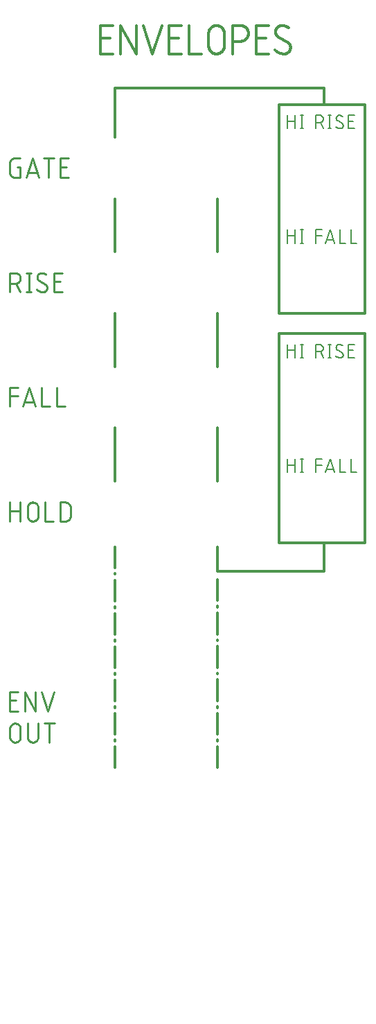
<source format=gbr>
G04 EAGLE Gerber RS-274X export*
G75*
%MOMM*%
%FSLAX34Y34*%
%LPD*%
%INSilkscreen Top*%
%IPPOS*%
%AMOC8*
5,1,8,0,0,1.08239X$1,22.5*%
G01*
%ADD10C,0.228600*%
%ADD11C,0.152400*%
%ADD12C,0.304800*%
%ADD13C,0.355600*%
%ADD14R,0.375000X0.125000*%
%ADD15R,0.875000X0.125000*%
%ADD16R,1.000000X0.125000*%
%ADD17R,0.625000X0.125000*%
%ADD18R,0.500000X0.125000*%
%ADD19R,1.500000X0.125000*%
%ADD20R,0.250000X0.125000*%
%ADD21R,0.750000X0.125000*%
%ADD22R,1.375000X0.125000*%
%ADD23R,1.875000X0.125000*%
%ADD24R,0.125000X0.125000*%
%ADD25R,1.125000X0.125000*%
%ADD26R,1.625000X0.125000*%
%ADD27R,2.125000X0.125000*%
%ADD28R,1.750000X0.125000*%
%ADD29R,2.000000X0.125000*%
%ADD30R,2.375000X0.125000*%
%ADD31R,2.250000X0.125000*%
%ADD32R,1.250000X0.125000*%
%ADD33R,2.500000X0.125000*%
%ADD34R,3.250000X0.125000*%
%ADD35R,3.125000X0.125000*%
%ADD36R,2.875000X0.125000*%
%ADD37R,3.500000X0.125000*%
%ADD38R,3.625000X0.125000*%
%ADD39R,4.625000X0.125000*%
%ADD40R,3.375000X0.125000*%
%ADD41R,3.000000X0.125000*%
%ADD42R,2.750000X0.125000*%
%ADD43R,6.125000X0.125000*%
%ADD44R,5.375000X0.125000*%
%ADD45R,3.750000X0.125000*%
%ADD46R,2.625000X0.125000*%


D10*
X21143Y651143D02*
X21143Y674257D01*
X21143Y663984D02*
X33984Y663984D01*
X33984Y674257D02*
X33984Y651143D01*
X42718Y657564D02*
X42718Y667836D01*
X42717Y667836D02*
X42719Y667995D01*
X42725Y668154D01*
X42735Y668312D01*
X42748Y668470D01*
X42766Y668628D01*
X42788Y668786D01*
X42813Y668942D01*
X42842Y669098D01*
X42875Y669254D01*
X42912Y669408D01*
X42953Y669562D01*
X42998Y669714D01*
X43046Y669865D01*
X43098Y670016D01*
X43154Y670164D01*
X43213Y670312D01*
X43276Y670457D01*
X43343Y670602D01*
X43413Y670744D01*
X43487Y670885D01*
X43564Y671024D01*
X43645Y671160D01*
X43729Y671295D01*
X43816Y671428D01*
X43906Y671559D01*
X44000Y671687D01*
X44097Y671813D01*
X44197Y671936D01*
X44300Y672057D01*
X44405Y672176D01*
X44514Y672291D01*
X44626Y672404D01*
X44740Y672515D01*
X44857Y672622D01*
X44977Y672726D01*
X45099Y672828D01*
X45224Y672926D01*
X45351Y673021D01*
X45480Y673113D01*
X45612Y673202D01*
X45746Y673288D01*
X45882Y673370D01*
X46020Y673449D01*
X46159Y673524D01*
X46301Y673596D01*
X46444Y673665D01*
X46589Y673730D01*
X46736Y673791D01*
X46884Y673848D01*
X47033Y673902D01*
X47184Y673952D01*
X47336Y673999D01*
X47489Y674042D01*
X47643Y674081D01*
X47798Y674116D01*
X47954Y674147D01*
X48110Y674174D01*
X48267Y674198D01*
X48425Y674217D01*
X48583Y674233D01*
X48741Y674245D01*
X48900Y674253D01*
X49059Y674257D01*
X49217Y674257D01*
X49376Y674253D01*
X49535Y674245D01*
X49693Y674233D01*
X49851Y674217D01*
X50009Y674198D01*
X50166Y674174D01*
X50322Y674147D01*
X50478Y674116D01*
X50633Y674081D01*
X50787Y674042D01*
X50940Y673999D01*
X51092Y673952D01*
X51243Y673902D01*
X51392Y673848D01*
X51540Y673791D01*
X51687Y673730D01*
X51832Y673665D01*
X51975Y673596D01*
X52117Y673524D01*
X52256Y673449D01*
X52394Y673370D01*
X52530Y673288D01*
X52664Y673202D01*
X52796Y673113D01*
X52925Y673021D01*
X53052Y672926D01*
X53177Y672828D01*
X53299Y672726D01*
X53419Y672622D01*
X53536Y672515D01*
X53650Y672404D01*
X53762Y672291D01*
X53871Y672176D01*
X53976Y672057D01*
X54079Y671936D01*
X54179Y671813D01*
X54276Y671687D01*
X54370Y671559D01*
X54460Y671428D01*
X54547Y671295D01*
X54631Y671160D01*
X54712Y671024D01*
X54789Y670885D01*
X54863Y670744D01*
X54933Y670602D01*
X55000Y670457D01*
X55063Y670312D01*
X55122Y670164D01*
X55178Y670016D01*
X55230Y669865D01*
X55278Y669714D01*
X55323Y669562D01*
X55364Y669408D01*
X55401Y669254D01*
X55434Y669098D01*
X55463Y668942D01*
X55488Y668786D01*
X55510Y668628D01*
X55528Y668470D01*
X55541Y668312D01*
X55551Y668154D01*
X55557Y667995D01*
X55559Y667836D01*
X55559Y657564D01*
X55557Y657405D01*
X55551Y657246D01*
X55541Y657088D01*
X55528Y656930D01*
X55510Y656772D01*
X55488Y656614D01*
X55463Y656458D01*
X55434Y656302D01*
X55401Y656146D01*
X55364Y655992D01*
X55323Y655838D01*
X55278Y655686D01*
X55230Y655535D01*
X55178Y655384D01*
X55122Y655236D01*
X55063Y655088D01*
X55000Y654943D01*
X54933Y654798D01*
X54863Y654656D01*
X54789Y654515D01*
X54712Y654376D01*
X54631Y654240D01*
X54547Y654105D01*
X54460Y653972D01*
X54370Y653841D01*
X54276Y653713D01*
X54179Y653587D01*
X54079Y653464D01*
X53976Y653343D01*
X53871Y653224D01*
X53762Y653109D01*
X53650Y652996D01*
X53536Y652885D01*
X53419Y652778D01*
X53299Y652674D01*
X53177Y652572D01*
X53052Y652474D01*
X52925Y652379D01*
X52796Y652287D01*
X52664Y652198D01*
X52530Y652112D01*
X52394Y652030D01*
X52256Y651951D01*
X52117Y651876D01*
X51975Y651804D01*
X51832Y651735D01*
X51687Y651670D01*
X51540Y651609D01*
X51392Y651552D01*
X51243Y651498D01*
X51092Y651448D01*
X50940Y651401D01*
X50787Y651358D01*
X50633Y651319D01*
X50478Y651284D01*
X50322Y651253D01*
X50166Y651226D01*
X50009Y651202D01*
X49851Y651183D01*
X49693Y651167D01*
X49535Y651155D01*
X49376Y651147D01*
X49217Y651143D01*
X49059Y651143D01*
X48900Y651147D01*
X48741Y651155D01*
X48583Y651167D01*
X48425Y651183D01*
X48267Y651202D01*
X48110Y651226D01*
X47954Y651253D01*
X47798Y651284D01*
X47643Y651319D01*
X47489Y651358D01*
X47336Y651401D01*
X47184Y651448D01*
X47033Y651498D01*
X46884Y651552D01*
X46736Y651609D01*
X46589Y651670D01*
X46444Y651735D01*
X46301Y651804D01*
X46159Y651876D01*
X46020Y651951D01*
X45882Y652030D01*
X45746Y652112D01*
X45612Y652198D01*
X45480Y652287D01*
X45351Y652379D01*
X45224Y652474D01*
X45099Y652572D01*
X44977Y652674D01*
X44857Y652778D01*
X44740Y652885D01*
X44626Y652996D01*
X44514Y653109D01*
X44405Y653224D01*
X44300Y653343D01*
X44197Y653464D01*
X44097Y653587D01*
X44000Y653713D01*
X43906Y653841D01*
X43816Y653972D01*
X43729Y654105D01*
X43645Y654240D01*
X43564Y654376D01*
X43487Y654515D01*
X43413Y654656D01*
X43343Y654798D01*
X43276Y654943D01*
X43213Y655088D01*
X43154Y655236D01*
X43098Y655384D01*
X43046Y655535D01*
X42998Y655686D01*
X42953Y655838D01*
X42912Y655992D01*
X42875Y656146D01*
X42842Y656302D01*
X42813Y656458D01*
X42788Y656614D01*
X42766Y656772D01*
X42748Y656930D01*
X42735Y657088D01*
X42725Y657246D01*
X42719Y657405D01*
X42717Y657564D01*
X64320Y651143D02*
X64320Y674257D01*
X64320Y651143D02*
X74593Y651143D01*
X82387Y651143D02*
X82387Y674257D01*
X88808Y674257D01*
X88966Y674255D01*
X89123Y674249D01*
X89280Y674240D01*
X89437Y674226D01*
X89594Y674209D01*
X89750Y674188D01*
X89906Y674162D01*
X90061Y674134D01*
X90215Y674101D01*
X90368Y674065D01*
X90521Y674024D01*
X90672Y673981D01*
X90822Y673933D01*
X90971Y673882D01*
X91119Y673827D01*
X91265Y673768D01*
X91410Y673706D01*
X91553Y673641D01*
X91695Y673571D01*
X91835Y673499D01*
X91973Y673423D01*
X92109Y673343D01*
X92243Y673261D01*
X92375Y673175D01*
X92505Y673086D01*
X92633Y672993D01*
X92758Y672898D01*
X92881Y672800D01*
X93002Y672698D01*
X93120Y672594D01*
X93236Y672486D01*
X93348Y672376D01*
X93458Y672264D01*
X93566Y672148D01*
X93670Y672030D01*
X93772Y671909D01*
X93870Y671786D01*
X93965Y671661D01*
X94058Y671533D01*
X94147Y671403D01*
X94233Y671271D01*
X94315Y671137D01*
X94395Y671001D01*
X94471Y670863D01*
X94543Y670723D01*
X94613Y670581D01*
X94678Y670438D01*
X94740Y670293D01*
X94799Y670147D01*
X94854Y669999D01*
X94905Y669850D01*
X94953Y669700D01*
X94996Y669549D01*
X95037Y669396D01*
X95073Y669243D01*
X95106Y669089D01*
X95134Y668934D01*
X95160Y668778D01*
X95181Y668622D01*
X95198Y668465D01*
X95212Y668308D01*
X95221Y668151D01*
X95227Y667994D01*
X95229Y667836D01*
X95228Y667836D02*
X95228Y657564D01*
X95229Y657564D02*
X95227Y657406D01*
X95221Y657249D01*
X95212Y657092D01*
X95198Y656935D01*
X95181Y656778D01*
X95160Y656622D01*
X95134Y656466D01*
X95106Y656311D01*
X95073Y656157D01*
X95037Y656004D01*
X94996Y655851D01*
X94953Y655700D01*
X94905Y655550D01*
X94854Y655401D01*
X94799Y655253D01*
X94740Y655107D01*
X94678Y654962D01*
X94613Y654819D01*
X94543Y654677D01*
X94471Y654537D01*
X94395Y654399D01*
X94315Y654263D01*
X94233Y654129D01*
X94147Y653997D01*
X94058Y653867D01*
X93965Y653739D01*
X93870Y653614D01*
X93771Y653491D01*
X93670Y653370D01*
X93566Y653252D01*
X93458Y653136D01*
X93348Y653024D01*
X93236Y652914D01*
X93120Y652806D01*
X93002Y652702D01*
X92881Y652600D01*
X92758Y652502D01*
X92633Y652407D01*
X92505Y652314D01*
X92375Y652225D01*
X92243Y652139D01*
X92109Y652057D01*
X91973Y651977D01*
X91835Y651901D01*
X91695Y651829D01*
X91553Y651759D01*
X91410Y651694D01*
X91265Y651632D01*
X91119Y651573D01*
X90971Y651518D01*
X90822Y651467D01*
X90672Y651419D01*
X90521Y651376D01*
X90368Y651335D01*
X90215Y651299D01*
X90061Y651266D01*
X89906Y651238D01*
X89750Y651212D01*
X89594Y651191D01*
X89437Y651174D01*
X89280Y651160D01*
X89123Y651151D01*
X88966Y651145D01*
X88808Y651143D01*
X82387Y651143D01*
X21143Y791143D02*
X21143Y814257D01*
X31416Y814257D01*
X31416Y803984D02*
X21143Y803984D01*
X37230Y791143D02*
X44935Y814257D01*
X52639Y791143D01*
X50713Y796922D02*
X39156Y796922D01*
X60117Y791143D02*
X60117Y814257D01*
X60117Y791143D02*
X70390Y791143D01*
X78212Y791143D02*
X78212Y814257D01*
X78212Y791143D02*
X88484Y791143D01*
X21143Y931143D02*
X21143Y954257D01*
X27564Y954257D01*
X27723Y954255D01*
X27882Y954249D01*
X28040Y954239D01*
X28198Y954226D01*
X28356Y954208D01*
X28514Y954186D01*
X28670Y954161D01*
X28826Y954132D01*
X28982Y954099D01*
X29136Y954062D01*
X29290Y954021D01*
X29442Y953976D01*
X29593Y953928D01*
X29744Y953876D01*
X29892Y953820D01*
X30040Y953761D01*
X30185Y953698D01*
X30330Y953631D01*
X30472Y953561D01*
X30613Y953487D01*
X30752Y953410D01*
X30888Y953329D01*
X31023Y953245D01*
X31156Y953158D01*
X31287Y953068D01*
X31415Y952974D01*
X31541Y952877D01*
X31664Y952777D01*
X31785Y952674D01*
X31904Y952569D01*
X32019Y952460D01*
X32132Y952348D01*
X32243Y952234D01*
X32350Y952117D01*
X32454Y951997D01*
X32556Y951875D01*
X32654Y951750D01*
X32749Y951623D01*
X32841Y951494D01*
X32930Y951362D01*
X33016Y951228D01*
X33098Y951092D01*
X33177Y950954D01*
X33252Y950815D01*
X33324Y950673D01*
X33393Y950530D01*
X33458Y950385D01*
X33519Y950238D01*
X33576Y950090D01*
X33630Y949941D01*
X33680Y949790D01*
X33727Y949638D01*
X33770Y949485D01*
X33809Y949331D01*
X33844Y949176D01*
X33875Y949020D01*
X33902Y948864D01*
X33926Y948707D01*
X33945Y948549D01*
X33961Y948391D01*
X33973Y948233D01*
X33981Y948074D01*
X33985Y947915D01*
X33985Y947757D01*
X33981Y947598D01*
X33973Y947439D01*
X33961Y947281D01*
X33945Y947123D01*
X33926Y946965D01*
X33902Y946808D01*
X33875Y946652D01*
X33844Y946496D01*
X33809Y946341D01*
X33770Y946187D01*
X33727Y946034D01*
X33680Y945882D01*
X33630Y945731D01*
X33576Y945582D01*
X33519Y945434D01*
X33458Y945287D01*
X33393Y945142D01*
X33324Y944999D01*
X33252Y944857D01*
X33177Y944718D01*
X33098Y944580D01*
X33016Y944444D01*
X32930Y944310D01*
X32841Y944178D01*
X32749Y944049D01*
X32654Y943922D01*
X32556Y943797D01*
X32454Y943675D01*
X32350Y943555D01*
X32243Y943438D01*
X32132Y943324D01*
X32019Y943212D01*
X31904Y943103D01*
X31785Y942998D01*
X31664Y942895D01*
X31541Y942795D01*
X31415Y942698D01*
X31287Y942604D01*
X31156Y942514D01*
X31023Y942427D01*
X30888Y942343D01*
X30752Y942262D01*
X30613Y942185D01*
X30472Y942111D01*
X30330Y942041D01*
X30185Y941974D01*
X30040Y941911D01*
X29892Y941852D01*
X29744Y941796D01*
X29593Y941744D01*
X29442Y941696D01*
X29290Y941651D01*
X29136Y941610D01*
X28982Y941573D01*
X28826Y941540D01*
X28670Y941511D01*
X28514Y941486D01*
X28356Y941464D01*
X28198Y941446D01*
X28040Y941433D01*
X27882Y941423D01*
X27723Y941417D01*
X27564Y941415D01*
X27564Y941416D02*
X21143Y941416D01*
X28848Y941416D02*
X33984Y931143D01*
X44193Y931143D02*
X44193Y954257D01*
X41625Y931143D02*
X46761Y931143D01*
X46761Y954257D02*
X41625Y954257D01*
X61484Y931143D02*
X61626Y931145D01*
X61767Y931151D01*
X61908Y931161D01*
X62049Y931174D01*
X62189Y931192D01*
X62329Y931213D01*
X62469Y931238D01*
X62607Y931267D01*
X62745Y931300D01*
X62882Y931337D01*
X63017Y931377D01*
X63152Y931421D01*
X63285Y931469D01*
X63417Y931521D01*
X63547Y931576D01*
X63676Y931634D01*
X63803Y931696D01*
X63928Y931762D01*
X64052Y931831D01*
X64174Y931904D01*
X64293Y931979D01*
X64411Y932058D01*
X64526Y932141D01*
X64639Y932226D01*
X64749Y932314D01*
X64857Y932406D01*
X64963Y932500D01*
X65065Y932598D01*
X65165Y932698D01*
X65263Y932800D01*
X65357Y932906D01*
X65449Y933014D01*
X65537Y933124D01*
X65622Y933237D01*
X65705Y933352D01*
X65784Y933470D01*
X65859Y933589D01*
X65932Y933711D01*
X66001Y933835D01*
X66067Y933960D01*
X66129Y934087D01*
X66187Y934216D01*
X66242Y934346D01*
X66294Y934478D01*
X66342Y934611D01*
X66386Y934746D01*
X66426Y934881D01*
X66463Y935018D01*
X66496Y935156D01*
X66525Y935294D01*
X66550Y935434D01*
X66571Y935574D01*
X66589Y935714D01*
X66602Y935855D01*
X66612Y935996D01*
X66618Y936137D01*
X66620Y936279D01*
X61484Y931143D02*
X61224Y931146D01*
X60965Y931155D01*
X60706Y931171D01*
X60447Y931193D01*
X60189Y931221D01*
X59932Y931255D01*
X59675Y931295D01*
X59420Y931341D01*
X59165Y931394D01*
X58912Y931452D01*
X58661Y931517D01*
X58411Y931587D01*
X58163Y931664D01*
X57917Y931746D01*
X57673Y931834D01*
X57431Y931928D01*
X57191Y932028D01*
X56954Y932134D01*
X56719Y932245D01*
X56487Y932362D01*
X56258Y932484D01*
X56032Y932612D01*
X55809Y932745D01*
X55590Y932883D01*
X55374Y933027D01*
X55161Y933176D01*
X54952Y933330D01*
X54746Y933488D01*
X54545Y933652D01*
X54347Y933820D01*
X54154Y933993D01*
X53964Y934171D01*
X53779Y934353D01*
X54422Y949121D02*
X54424Y949263D01*
X54430Y949404D01*
X54440Y949545D01*
X54453Y949686D01*
X54471Y949826D01*
X54492Y949966D01*
X54517Y950106D01*
X54546Y950244D01*
X54579Y950382D01*
X54616Y950519D01*
X54656Y950654D01*
X54700Y950789D01*
X54748Y950922D01*
X54800Y951054D01*
X54855Y951184D01*
X54913Y951313D01*
X54975Y951440D01*
X55041Y951565D01*
X55110Y951689D01*
X55183Y951811D01*
X55258Y951930D01*
X55337Y952048D01*
X55420Y952163D01*
X55505Y952276D01*
X55593Y952386D01*
X55685Y952494D01*
X55779Y952600D01*
X55877Y952702D01*
X55977Y952802D01*
X56079Y952900D01*
X56185Y952994D01*
X56293Y953086D01*
X56403Y953174D01*
X56516Y953259D01*
X56631Y953342D01*
X56749Y953421D01*
X56868Y953496D01*
X56990Y953569D01*
X57114Y953638D01*
X57239Y953704D01*
X57366Y953766D01*
X57495Y953824D01*
X57625Y953879D01*
X57757Y953931D01*
X57890Y953979D01*
X58025Y954023D01*
X58161Y954063D01*
X58297Y954100D01*
X58435Y954133D01*
X58573Y954162D01*
X58713Y954187D01*
X58853Y954208D01*
X58993Y954226D01*
X59134Y954239D01*
X59275Y954249D01*
X59417Y954255D01*
X59558Y954257D01*
X59788Y954254D01*
X60017Y954246D01*
X60246Y954232D01*
X60475Y954213D01*
X60703Y954189D01*
X60931Y954159D01*
X61157Y954123D01*
X61383Y954082D01*
X61608Y954036D01*
X61832Y953985D01*
X62054Y953928D01*
X62275Y953866D01*
X62495Y953798D01*
X62712Y953726D01*
X62928Y953648D01*
X63142Y953565D01*
X63354Y953477D01*
X63564Y953384D01*
X63772Y953286D01*
X63977Y953183D01*
X64180Y953076D01*
X64380Y952963D01*
X64577Y952846D01*
X64771Y952724D01*
X64963Y952597D01*
X65151Y952466D01*
X65337Y952331D01*
X56989Y944626D02*
X56868Y944700D01*
X56748Y944778D01*
X56630Y944858D01*
X56515Y944942D01*
X56402Y945029D01*
X56291Y945119D01*
X56183Y945212D01*
X56078Y945308D01*
X55975Y945406D01*
X55875Y945508D01*
X55777Y945612D01*
X55683Y945719D01*
X55592Y945828D01*
X55503Y945940D01*
X55418Y946054D01*
X55336Y946170D01*
X55257Y946289D01*
X55181Y946410D01*
X55108Y946533D01*
X55039Y946657D01*
X54974Y946784D01*
X54912Y946912D01*
X54853Y947042D01*
X54798Y947174D01*
X54747Y947307D01*
X54699Y947441D01*
X54655Y947576D01*
X54615Y947713D01*
X54578Y947851D01*
X54545Y947990D01*
X54516Y948129D01*
X54491Y948270D01*
X54470Y948410D01*
X54452Y948552D01*
X54439Y948694D01*
X54429Y948836D01*
X54423Y948978D01*
X54421Y949121D01*
X64053Y940774D02*
X64174Y940700D01*
X64294Y940622D01*
X64412Y940542D01*
X64527Y940458D01*
X64640Y940371D01*
X64751Y940281D01*
X64859Y940188D01*
X64964Y940092D01*
X65067Y939994D01*
X65167Y939892D01*
X65265Y939788D01*
X65359Y939681D01*
X65450Y939572D01*
X65539Y939460D01*
X65624Y939346D01*
X65706Y939230D01*
X65785Y939111D01*
X65861Y938990D01*
X65934Y938867D01*
X66003Y938743D01*
X66068Y938616D01*
X66130Y938488D01*
X66189Y938358D01*
X66244Y938226D01*
X66295Y938093D01*
X66343Y937959D01*
X66387Y937824D01*
X66427Y937687D01*
X66464Y937549D01*
X66497Y937410D01*
X66526Y937271D01*
X66551Y937130D01*
X66572Y936990D01*
X66590Y936848D01*
X66603Y936706D01*
X66613Y936564D01*
X66619Y936422D01*
X66621Y936279D01*
X64053Y940774D02*
X56990Y944626D01*
X74686Y931143D02*
X84959Y931143D01*
X74686Y931143D02*
X74686Y954257D01*
X84959Y954257D01*
X82391Y943984D02*
X74686Y943984D01*
X33984Y1083984D02*
X30132Y1083984D01*
X33984Y1083984D02*
X33984Y1071143D01*
X26279Y1071143D01*
X26137Y1071145D01*
X25996Y1071151D01*
X25855Y1071161D01*
X25714Y1071174D01*
X25574Y1071192D01*
X25434Y1071213D01*
X25294Y1071238D01*
X25156Y1071267D01*
X25018Y1071300D01*
X24881Y1071337D01*
X24746Y1071377D01*
X24611Y1071421D01*
X24478Y1071469D01*
X24346Y1071521D01*
X24216Y1071576D01*
X24087Y1071634D01*
X23960Y1071696D01*
X23835Y1071762D01*
X23711Y1071831D01*
X23589Y1071904D01*
X23470Y1071979D01*
X23352Y1072058D01*
X23237Y1072141D01*
X23124Y1072226D01*
X23014Y1072314D01*
X22906Y1072406D01*
X22800Y1072500D01*
X22698Y1072598D01*
X22598Y1072698D01*
X22500Y1072800D01*
X22406Y1072906D01*
X22314Y1073014D01*
X22226Y1073124D01*
X22141Y1073237D01*
X22058Y1073352D01*
X21979Y1073470D01*
X21904Y1073589D01*
X21831Y1073711D01*
X21762Y1073835D01*
X21696Y1073960D01*
X21634Y1074087D01*
X21576Y1074216D01*
X21521Y1074346D01*
X21469Y1074478D01*
X21421Y1074611D01*
X21377Y1074746D01*
X21337Y1074881D01*
X21300Y1075018D01*
X21267Y1075156D01*
X21238Y1075294D01*
X21213Y1075434D01*
X21192Y1075574D01*
X21174Y1075714D01*
X21161Y1075855D01*
X21151Y1075996D01*
X21145Y1076137D01*
X21143Y1076279D01*
X21143Y1089121D01*
X21145Y1089263D01*
X21151Y1089404D01*
X21161Y1089545D01*
X21174Y1089686D01*
X21192Y1089826D01*
X21213Y1089966D01*
X21238Y1090106D01*
X21267Y1090244D01*
X21300Y1090382D01*
X21337Y1090519D01*
X21377Y1090654D01*
X21421Y1090789D01*
X21469Y1090922D01*
X21521Y1091054D01*
X21576Y1091184D01*
X21634Y1091313D01*
X21696Y1091440D01*
X21762Y1091565D01*
X21831Y1091689D01*
X21904Y1091811D01*
X21979Y1091930D01*
X22058Y1092048D01*
X22141Y1092163D01*
X22226Y1092276D01*
X22314Y1092386D01*
X22406Y1092494D01*
X22500Y1092600D01*
X22598Y1092702D01*
X22698Y1092802D01*
X22800Y1092900D01*
X22906Y1092994D01*
X23014Y1093086D01*
X23124Y1093174D01*
X23237Y1093259D01*
X23352Y1093342D01*
X23470Y1093421D01*
X23589Y1093496D01*
X23711Y1093569D01*
X23835Y1093638D01*
X23960Y1093704D01*
X24087Y1093766D01*
X24216Y1093824D01*
X24346Y1093879D01*
X24478Y1093931D01*
X24611Y1093979D01*
X24746Y1094023D01*
X24881Y1094063D01*
X25018Y1094100D01*
X25156Y1094133D01*
X25294Y1094162D01*
X25434Y1094187D01*
X25574Y1094208D01*
X25714Y1094226D01*
X25855Y1094239D01*
X25996Y1094249D01*
X26137Y1094255D01*
X26279Y1094257D01*
X33984Y1094257D01*
X49138Y1094257D02*
X41434Y1071143D01*
X56843Y1071143D02*
X49138Y1094257D01*
X54917Y1076922D02*
X43360Y1076922D01*
X68625Y1071143D02*
X68625Y1094257D01*
X62205Y1094257D02*
X75046Y1094257D01*
X82415Y1071143D02*
X92688Y1071143D01*
X82415Y1071143D02*
X82415Y1094257D01*
X92688Y1094257D01*
X90120Y1083984D02*
X82415Y1083984D01*
D11*
X360762Y1130762D02*
X360762Y1147018D01*
X360762Y1139793D02*
X369793Y1139793D01*
X369793Y1147018D02*
X369793Y1130762D01*
X378304Y1130762D02*
X378304Y1147018D01*
X376497Y1130762D02*
X380110Y1130762D01*
X380110Y1147018D02*
X376497Y1147018D01*
X395242Y1147018D02*
X395242Y1130762D01*
X395242Y1147018D02*
X399758Y1147018D01*
X399891Y1147016D01*
X400023Y1147010D01*
X400155Y1147000D01*
X400287Y1146987D01*
X400419Y1146969D01*
X400549Y1146948D01*
X400680Y1146923D01*
X400809Y1146894D01*
X400937Y1146861D01*
X401065Y1146825D01*
X401191Y1146785D01*
X401316Y1146741D01*
X401440Y1146693D01*
X401562Y1146642D01*
X401683Y1146587D01*
X401802Y1146529D01*
X401920Y1146467D01*
X402035Y1146402D01*
X402149Y1146333D01*
X402260Y1146262D01*
X402369Y1146186D01*
X402476Y1146108D01*
X402581Y1146027D01*
X402683Y1145942D01*
X402783Y1145855D01*
X402880Y1145765D01*
X402975Y1145672D01*
X403066Y1145576D01*
X403155Y1145478D01*
X403241Y1145377D01*
X403324Y1145273D01*
X403404Y1145167D01*
X403480Y1145059D01*
X403554Y1144949D01*
X403624Y1144836D01*
X403691Y1144722D01*
X403754Y1144605D01*
X403814Y1144487D01*
X403871Y1144367D01*
X403924Y1144245D01*
X403973Y1144122D01*
X404019Y1143998D01*
X404061Y1143872D01*
X404099Y1143745D01*
X404134Y1143617D01*
X404165Y1143488D01*
X404192Y1143359D01*
X404215Y1143228D01*
X404235Y1143097D01*
X404250Y1142965D01*
X404262Y1142833D01*
X404270Y1142701D01*
X404274Y1142568D01*
X404274Y1142436D01*
X404270Y1142303D01*
X404262Y1142171D01*
X404250Y1142039D01*
X404235Y1141907D01*
X404215Y1141776D01*
X404192Y1141645D01*
X404165Y1141516D01*
X404134Y1141387D01*
X404099Y1141259D01*
X404061Y1141132D01*
X404019Y1141006D01*
X403973Y1140882D01*
X403924Y1140759D01*
X403871Y1140637D01*
X403814Y1140517D01*
X403754Y1140399D01*
X403691Y1140282D01*
X403624Y1140168D01*
X403554Y1140055D01*
X403480Y1139945D01*
X403404Y1139837D01*
X403324Y1139731D01*
X403241Y1139627D01*
X403155Y1139526D01*
X403066Y1139428D01*
X402975Y1139332D01*
X402880Y1139239D01*
X402783Y1139149D01*
X402683Y1139062D01*
X402581Y1138977D01*
X402476Y1138896D01*
X402369Y1138818D01*
X402260Y1138742D01*
X402149Y1138671D01*
X402035Y1138602D01*
X401920Y1138537D01*
X401802Y1138475D01*
X401683Y1138417D01*
X401562Y1138362D01*
X401440Y1138311D01*
X401316Y1138263D01*
X401191Y1138219D01*
X401065Y1138179D01*
X400937Y1138143D01*
X400809Y1138110D01*
X400680Y1138081D01*
X400549Y1138056D01*
X400419Y1138035D01*
X400287Y1138017D01*
X400155Y1138004D01*
X400023Y1137994D01*
X399891Y1137988D01*
X399758Y1137986D01*
X399758Y1137987D02*
X395242Y1137987D01*
X400661Y1137987D02*
X404273Y1130762D01*
X412171Y1130762D02*
X412171Y1147018D01*
X410365Y1130762D02*
X413977Y1130762D01*
X413977Y1147018D02*
X410365Y1147018D01*
X425058Y1130762D02*
X425176Y1130764D01*
X425294Y1130770D01*
X425412Y1130779D01*
X425529Y1130793D01*
X425646Y1130810D01*
X425763Y1130831D01*
X425878Y1130856D01*
X425993Y1130885D01*
X426107Y1130918D01*
X426219Y1130954D01*
X426330Y1130994D01*
X426440Y1131037D01*
X426549Y1131084D01*
X426656Y1131134D01*
X426761Y1131189D01*
X426864Y1131246D01*
X426965Y1131307D01*
X427065Y1131371D01*
X427162Y1131438D01*
X427257Y1131508D01*
X427349Y1131582D01*
X427440Y1131658D01*
X427527Y1131738D01*
X427612Y1131820D01*
X427694Y1131905D01*
X427774Y1131992D01*
X427850Y1132083D01*
X427924Y1132175D01*
X427994Y1132270D01*
X428061Y1132367D01*
X428125Y1132467D01*
X428186Y1132568D01*
X428243Y1132671D01*
X428298Y1132776D01*
X428348Y1132883D01*
X428395Y1132992D01*
X428438Y1133102D01*
X428478Y1133213D01*
X428514Y1133325D01*
X428547Y1133439D01*
X428576Y1133554D01*
X428601Y1133669D01*
X428622Y1133786D01*
X428639Y1133903D01*
X428653Y1134020D01*
X428662Y1134138D01*
X428668Y1134256D01*
X428670Y1134374D01*
X425058Y1130762D02*
X424875Y1130764D01*
X424693Y1130771D01*
X424511Y1130782D01*
X424329Y1130797D01*
X424147Y1130817D01*
X423966Y1130840D01*
X423786Y1130869D01*
X423606Y1130901D01*
X423427Y1130938D01*
X423250Y1130979D01*
X423073Y1131025D01*
X422897Y1131074D01*
X422723Y1131128D01*
X422549Y1131186D01*
X422378Y1131248D01*
X422208Y1131314D01*
X422039Y1131385D01*
X421872Y1131459D01*
X421707Y1131537D01*
X421544Y1131619D01*
X421383Y1131705D01*
X421224Y1131795D01*
X421067Y1131889D01*
X420913Y1131986D01*
X420761Y1132087D01*
X420611Y1132192D01*
X420464Y1132300D01*
X420320Y1132411D01*
X420178Y1132526D01*
X420039Y1132645D01*
X419903Y1132767D01*
X419770Y1132892D01*
X419640Y1133020D01*
X420092Y1143406D02*
X420094Y1143524D01*
X420100Y1143642D01*
X420109Y1143760D01*
X420123Y1143877D01*
X420140Y1143994D01*
X420161Y1144111D01*
X420186Y1144226D01*
X420215Y1144341D01*
X420248Y1144455D01*
X420284Y1144567D01*
X420324Y1144678D01*
X420367Y1144788D01*
X420414Y1144897D01*
X420464Y1145004D01*
X420519Y1145109D01*
X420576Y1145212D01*
X420637Y1145313D01*
X420701Y1145413D01*
X420768Y1145510D01*
X420838Y1145605D01*
X420912Y1145697D01*
X420988Y1145788D01*
X421068Y1145875D01*
X421150Y1145960D01*
X421235Y1146042D01*
X421322Y1146122D01*
X421413Y1146198D01*
X421505Y1146272D01*
X421600Y1146342D01*
X421697Y1146409D01*
X421797Y1146473D01*
X421898Y1146534D01*
X422001Y1146592D01*
X422106Y1146646D01*
X422213Y1146696D01*
X422322Y1146743D01*
X422432Y1146787D01*
X422543Y1146826D01*
X422656Y1146862D01*
X422769Y1146895D01*
X422884Y1146924D01*
X422999Y1146949D01*
X423116Y1146970D01*
X423233Y1146987D01*
X423350Y1147001D01*
X423468Y1147010D01*
X423586Y1147016D01*
X423704Y1147018D01*
X423703Y1147018D02*
X423864Y1147016D01*
X424026Y1147010D01*
X424187Y1147001D01*
X424348Y1146987D01*
X424508Y1146970D01*
X424668Y1146949D01*
X424828Y1146924D01*
X424987Y1146895D01*
X425145Y1146863D01*
X425302Y1146827D01*
X425458Y1146787D01*
X425614Y1146743D01*
X425768Y1146695D01*
X425921Y1146644D01*
X426073Y1146590D01*
X426224Y1146531D01*
X426373Y1146470D01*
X426520Y1146404D01*
X426666Y1146335D01*
X426811Y1146263D01*
X426953Y1146187D01*
X427094Y1146108D01*
X427233Y1146026D01*
X427369Y1145940D01*
X427504Y1145851D01*
X427637Y1145759D01*
X427767Y1145663D01*
X421897Y1140245D02*
X421796Y1140307D01*
X421696Y1140372D01*
X421599Y1140441D01*
X421504Y1140513D01*
X421411Y1140587D01*
X421321Y1140665D01*
X421233Y1140746D01*
X421148Y1140829D01*
X421066Y1140915D01*
X420987Y1141004D01*
X420910Y1141095D01*
X420837Y1141189D01*
X420766Y1141285D01*
X420699Y1141383D01*
X420635Y1141483D01*
X420574Y1141586D01*
X420517Y1141690D01*
X420463Y1141796D01*
X420413Y1141904D01*
X420366Y1142013D01*
X420322Y1142124D01*
X420282Y1142236D01*
X420246Y1142350D01*
X420214Y1142464D01*
X420185Y1142580D01*
X420160Y1142696D01*
X420139Y1142813D01*
X420122Y1142931D01*
X420108Y1143049D01*
X420099Y1143168D01*
X420093Y1143287D01*
X420091Y1143406D01*
X426865Y1137535D02*
X426966Y1137473D01*
X427066Y1137408D01*
X427163Y1137339D01*
X427258Y1137267D01*
X427351Y1137193D01*
X427441Y1137115D01*
X427529Y1137034D01*
X427614Y1136951D01*
X427696Y1136865D01*
X427775Y1136776D01*
X427852Y1136685D01*
X427925Y1136591D01*
X427996Y1136495D01*
X428063Y1136397D01*
X428127Y1136297D01*
X428188Y1136194D01*
X428245Y1136090D01*
X428299Y1135984D01*
X428349Y1135876D01*
X428396Y1135767D01*
X428440Y1135656D01*
X428480Y1135544D01*
X428516Y1135430D01*
X428548Y1135316D01*
X428577Y1135200D01*
X428602Y1135084D01*
X428623Y1134967D01*
X428640Y1134849D01*
X428654Y1134731D01*
X428663Y1134612D01*
X428669Y1134493D01*
X428671Y1134374D01*
X426864Y1137535D02*
X421897Y1140245D01*
X435301Y1130762D02*
X442525Y1130762D01*
X435301Y1130762D02*
X435301Y1147018D01*
X442525Y1147018D01*
X440719Y1139793D02*
X435301Y1139793D01*
X360762Y867018D02*
X360762Y850762D01*
X360762Y859793D02*
X369793Y859793D01*
X369793Y867018D02*
X369793Y850762D01*
X378304Y850762D02*
X378304Y867018D01*
X376497Y850762D02*
X380110Y850762D01*
X380110Y867018D02*
X376497Y867018D01*
X395242Y867018D02*
X395242Y850762D01*
X395242Y867018D02*
X399758Y867018D01*
X399891Y867016D01*
X400023Y867010D01*
X400155Y867000D01*
X400287Y866987D01*
X400419Y866969D01*
X400549Y866948D01*
X400680Y866923D01*
X400809Y866894D01*
X400937Y866861D01*
X401065Y866825D01*
X401191Y866785D01*
X401316Y866741D01*
X401440Y866693D01*
X401562Y866642D01*
X401683Y866587D01*
X401802Y866529D01*
X401920Y866467D01*
X402035Y866402D01*
X402149Y866333D01*
X402260Y866262D01*
X402369Y866186D01*
X402476Y866108D01*
X402581Y866027D01*
X402683Y865942D01*
X402783Y865855D01*
X402880Y865765D01*
X402975Y865672D01*
X403066Y865576D01*
X403155Y865478D01*
X403241Y865377D01*
X403324Y865273D01*
X403404Y865167D01*
X403480Y865059D01*
X403554Y864949D01*
X403624Y864836D01*
X403691Y864722D01*
X403754Y864605D01*
X403814Y864487D01*
X403871Y864367D01*
X403924Y864245D01*
X403973Y864122D01*
X404019Y863998D01*
X404061Y863872D01*
X404099Y863745D01*
X404134Y863617D01*
X404165Y863488D01*
X404192Y863359D01*
X404215Y863228D01*
X404235Y863097D01*
X404250Y862965D01*
X404262Y862833D01*
X404270Y862701D01*
X404274Y862568D01*
X404274Y862436D01*
X404270Y862303D01*
X404262Y862171D01*
X404250Y862039D01*
X404235Y861907D01*
X404215Y861776D01*
X404192Y861645D01*
X404165Y861516D01*
X404134Y861387D01*
X404099Y861259D01*
X404061Y861132D01*
X404019Y861006D01*
X403973Y860882D01*
X403924Y860759D01*
X403871Y860637D01*
X403814Y860517D01*
X403754Y860399D01*
X403691Y860282D01*
X403624Y860168D01*
X403554Y860055D01*
X403480Y859945D01*
X403404Y859837D01*
X403324Y859731D01*
X403241Y859627D01*
X403155Y859526D01*
X403066Y859428D01*
X402975Y859332D01*
X402880Y859239D01*
X402783Y859149D01*
X402683Y859062D01*
X402581Y858977D01*
X402476Y858896D01*
X402369Y858818D01*
X402260Y858742D01*
X402149Y858671D01*
X402035Y858602D01*
X401920Y858537D01*
X401802Y858475D01*
X401683Y858417D01*
X401562Y858362D01*
X401440Y858311D01*
X401316Y858263D01*
X401191Y858219D01*
X401065Y858179D01*
X400937Y858143D01*
X400809Y858110D01*
X400680Y858081D01*
X400549Y858056D01*
X400419Y858035D01*
X400287Y858017D01*
X400155Y858004D01*
X400023Y857994D01*
X399891Y857988D01*
X399758Y857986D01*
X399758Y857987D02*
X395242Y857987D01*
X400661Y857987D02*
X404273Y850762D01*
X412171Y850762D02*
X412171Y867018D01*
X410365Y850762D02*
X413977Y850762D01*
X413977Y867018D02*
X410365Y867018D01*
X425058Y850762D02*
X425176Y850764D01*
X425294Y850770D01*
X425412Y850779D01*
X425529Y850793D01*
X425646Y850810D01*
X425763Y850831D01*
X425878Y850856D01*
X425993Y850885D01*
X426107Y850918D01*
X426219Y850954D01*
X426330Y850994D01*
X426440Y851037D01*
X426549Y851084D01*
X426656Y851134D01*
X426761Y851189D01*
X426864Y851246D01*
X426965Y851307D01*
X427065Y851371D01*
X427162Y851438D01*
X427257Y851508D01*
X427349Y851582D01*
X427440Y851658D01*
X427527Y851738D01*
X427612Y851820D01*
X427694Y851905D01*
X427774Y851992D01*
X427850Y852083D01*
X427924Y852175D01*
X427994Y852270D01*
X428061Y852367D01*
X428125Y852467D01*
X428186Y852568D01*
X428243Y852671D01*
X428298Y852776D01*
X428348Y852883D01*
X428395Y852992D01*
X428438Y853102D01*
X428478Y853213D01*
X428514Y853325D01*
X428547Y853439D01*
X428576Y853554D01*
X428601Y853669D01*
X428622Y853786D01*
X428639Y853903D01*
X428653Y854020D01*
X428662Y854138D01*
X428668Y854256D01*
X428670Y854374D01*
X425058Y850762D02*
X424875Y850764D01*
X424693Y850771D01*
X424511Y850782D01*
X424329Y850797D01*
X424147Y850817D01*
X423966Y850840D01*
X423786Y850869D01*
X423606Y850901D01*
X423427Y850938D01*
X423250Y850979D01*
X423073Y851025D01*
X422897Y851074D01*
X422723Y851128D01*
X422549Y851186D01*
X422378Y851248D01*
X422208Y851314D01*
X422039Y851385D01*
X421872Y851459D01*
X421707Y851537D01*
X421544Y851619D01*
X421383Y851705D01*
X421224Y851795D01*
X421067Y851889D01*
X420913Y851986D01*
X420761Y852087D01*
X420611Y852192D01*
X420464Y852300D01*
X420320Y852411D01*
X420178Y852526D01*
X420039Y852645D01*
X419903Y852767D01*
X419770Y852892D01*
X419640Y853020D01*
X420092Y863406D02*
X420094Y863524D01*
X420100Y863642D01*
X420109Y863760D01*
X420123Y863877D01*
X420140Y863994D01*
X420161Y864111D01*
X420186Y864226D01*
X420215Y864341D01*
X420248Y864455D01*
X420284Y864567D01*
X420324Y864678D01*
X420367Y864788D01*
X420414Y864897D01*
X420464Y865004D01*
X420519Y865109D01*
X420576Y865212D01*
X420637Y865313D01*
X420701Y865413D01*
X420768Y865510D01*
X420838Y865605D01*
X420912Y865697D01*
X420988Y865788D01*
X421068Y865875D01*
X421150Y865960D01*
X421235Y866042D01*
X421322Y866122D01*
X421413Y866198D01*
X421505Y866272D01*
X421600Y866342D01*
X421697Y866409D01*
X421797Y866473D01*
X421898Y866534D01*
X422001Y866592D01*
X422106Y866646D01*
X422213Y866696D01*
X422322Y866743D01*
X422432Y866787D01*
X422543Y866826D01*
X422656Y866862D01*
X422769Y866895D01*
X422884Y866924D01*
X422999Y866949D01*
X423116Y866970D01*
X423233Y866987D01*
X423350Y867001D01*
X423468Y867010D01*
X423586Y867016D01*
X423704Y867018D01*
X423703Y867018D02*
X423864Y867016D01*
X424026Y867010D01*
X424187Y867001D01*
X424348Y866987D01*
X424508Y866970D01*
X424668Y866949D01*
X424828Y866924D01*
X424987Y866895D01*
X425145Y866863D01*
X425302Y866827D01*
X425458Y866787D01*
X425614Y866743D01*
X425768Y866695D01*
X425921Y866644D01*
X426073Y866590D01*
X426224Y866531D01*
X426373Y866470D01*
X426520Y866404D01*
X426666Y866335D01*
X426811Y866263D01*
X426953Y866187D01*
X427094Y866108D01*
X427233Y866026D01*
X427369Y865940D01*
X427504Y865851D01*
X427637Y865759D01*
X427767Y865663D01*
X421897Y860245D02*
X421796Y860307D01*
X421696Y860372D01*
X421599Y860441D01*
X421504Y860513D01*
X421411Y860587D01*
X421321Y860665D01*
X421233Y860746D01*
X421148Y860829D01*
X421066Y860915D01*
X420987Y861004D01*
X420910Y861095D01*
X420837Y861189D01*
X420766Y861285D01*
X420699Y861383D01*
X420635Y861483D01*
X420574Y861586D01*
X420517Y861690D01*
X420463Y861796D01*
X420413Y861904D01*
X420366Y862013D01*
X420322Y862124D01*
X420282Y862236D01*
X420246Y862350D01*
X420214Y862464D01*
X420185Y862580D01*
X420160Y862696D01*
X420139Y862813D01*
X420122Y862931D01*
X420108Y863049D01*
X420099Y863168D01*
X420093Y863287D01*
X420091Y863406D01*
X426865Y857535D02*
X426966Y857473D01*
X427066Y857408D01*
X427163Y857339D01*
X427258Y857267D01*
X427351Y857193D01*
X427441Y857115D01*
X427529Y857034D01*
X427614Y856951D01*
X427696Y856865D01*
X427775Y856776D01*
X427852Y856685D01*
X427925Y856591D01*
X427996Y856495D01*
X428063Y856397D01*
X428127Y856297D01*
X428188Y856194D01*
X428245Y856090D01*
X428299Y855984D01*
X428349Y855876D01*
X428396Y855767D01*
X428440Y855656D01*
X428480Y855544D01*
X428516Y855430D01*
X428548Y855316D01*
X428577Y855200D01*
X428602Y855084D01*
X428623Y854967D01*
X428640Y854849D01*
X428654Y854731D01*
X428663Y854612D01*
X428669Y854493D01*
X428671Y854374D01*
X426864Y857535D02*
X421897Y860245D01*
X435301Y850762D02*
X442525Y850762D01*
X435301Y850762D02*
X435301Y867018D01*
X442525Y867018D01*
X440719Y859793D02*
X435301Y859793D01*
X360762Y990762D02*
X360762Y1007018D01*
X360762Y999793D02*
X369793Y999793D01*
X369793Y1007018D02*
X369793Y990762D01*
X378304Y990762D02*
X378304Y1007018D01*
X376497Y990762D02*
X380110Y990762D01*
X380110Y1007018D02*
X376497Y1007018D01*
X395180Y1007018D02*
X395180Y990762D01*
X395180Y1007018D02*
X402405Y1007018D01*
X402405Y999793D02*
X395180Y999793D01*
X407274Y990762D02*
X412692Y1007018D01*
X418111Y990762D01*
X416756Y994826D02*
X408628Y994826D01*
X424359Y990762D02*
X424359Y1007018D01*
X424359Y990762D02*
X431584Y990762D01*
X437906Y990762D02*
X437906Y1007018D01*
X437906Y990762D02*
X445131Y990762D01*
X360762Y727018D02*
X360762Y710762D01*
X360762Y719793D02*
X369793Y719793D01*
X369793Y727018D02*
X369793Y710762D01*
X378304Y710762D02*
X378304Y727018D01*
X376497Y710762D02*
X380110Y710762D01*
X380110Y727018D02*
X376497Y727018D01*
X395180Y727018D02*
X395180Y710762D01*
X395180Y727018D02*
X402405Y727018D01*
X402405Y719793D02*
X395180Y719793D01*
X407274Y710762D02*
X412692Y727018D01*
X418111Y710762D01*
X416756Y714826D02*
X408628Y714826D01*
X424359Y710762D02*
X424359Y727018D01*
X424359Y710762D02*
X431584Y710762D01*
X437906Y710762D02*
X437906Y727018D01*
X437906Y710762D02*
X445131Y710762D01*
D12*
X350000Y625000D02*
X350000Y880000D01*
X350000Y905000D02*
X350000Y1160000D01*
X275000Y620000D02*
X275000Y590000D01*
X150000Y1120000D02*
X150000Y1180000D01*
X405000Y1180000D01*
X405000Y590000D02*
X275000Y590000D01*
X405000Y590000D02*
X405000Y625000D01*
X405000Y1160000D02*
X350000Y1160000D01*
X405000Y1160000D02*
X455000Y1160000D01*
X455000Y905000D01*
X350000Y905000D01*
X350000Y880000D02*
X455000Y880000D01*
X455000Y625000D01*
X350000Y625000D01*
X405000Y1160000D02*
X405000Y1180000D01*
X150000Y1045000D02*
X150000Y980000D01*
X150000Y905000D02*
X150000Y840000D01*
X150000Y765000D02*
X150000Y700000D01*
X275000Y700000D02*
X275000Y765000D01*
X275000Y840000D02*
X275000Y905000D01*
X275000Y980000D02*
X275000Y1045000D01*
D10*
X31416Y419243D02*
X21143Y419243D01*
X21143Y442357D01*
X31416Y442357D01*
X28848Y432084D02*
X21143Y432084D01*
X39210Y442357D02*
X39210Y419243D01*
X52051Y419243D02*
X39210Y442357D01*
X52051Y442357D02*
X52051Y419243D01*
X67205Y419243D02*
X59501Y442357D01*
X74910Y442357D02*
X67205Y419243D01*
X21143Y397836D02*
X21143Y387564D01*
X21143Y397836D02*
X21145Y397995D01*
X21151Y398154D01*
X21161Y398312D01*
X21174Y398470D01*
X21192Y398628D01*
X21214Y398786D01*
X21239Y398942D01*
X21268Y399098D01*
X21301Y399254D01*
X21338Y399408D01*
X21379Y399562D01*
X21424Y399714D01*
X21472Y399865D01*
X21524Y400016D01*
X21580Y400164D01*
X21639Y400312D01*
X21702Y400457D01*
X21769Y400602D01*
X21839Y400744D01*
X21913Y400885D01*
X21990Y401024D01*
X22071Y401160D01*
X22155Y401295D01*
X22242Y401428D01*
X22332Y401559D01*
X22426Y401687D01*
X22523Y401813D01*
X22623Y401936D01*
X22726Y402057D01*
X22831Y402176D01*
X22940Y402291D01*
X23052Y402404D01*
X23166Y402515D01*
X23283Y402622D01*
X23403Y402726D01*
X23525Y402828D01*
X23650Y402926D01*
X23777Y403021D01*
X23906Y403113D01*
X24038Y403202D01*
X24172Y403288D01*
X24308Y403370D01*
X24446Y403449D01*
X24585Y403524D01*
X24727Y403596D01*
X24870Y403665D01*
X25015Y403730D01*
X25162Y403791D01*
X25310Y403848D01*
X25459Y403902D01*
X25610Y403952D01*
X25762Y403999D01*
X25915Y404042D01*
X26069Y404081D01*
X26224Y404116D01*
X26380Y404147D01*
X26536Y404174D01*
X26693Y404198D01*
X26851Y404217D01*
X27009Y404233D01*
X27167Y404245D01*
X27326Y404253D01*
X27485Y404257D01*
X27643Y404257D01*
X27802Y404253D01*
X27961Y404245D01*
X28119Y404233D01*
X28277Y404217D01*
X28435Y404198D01*
X28592Y404174D01*
X28748Y404147D01*
X28904Y404116D01*
X29059Y404081D01*
X29213Y404042D01*
X29366Y403999D01*
X29518Y403952D01*
X29669Y403902D01*
X29818Y403848D01*
X29966Y403791D01*
X30113Y403730D01*
X30258Y403665D01*
X30401Y403596D01*
X30543Y403524D01*
X30682Y403449D01*
X30820Y403370D01*
X30956Y403288D01*
X31090Y403202D01*
X31222Y403113D01*
X31351Y403021D01*
X31478Y402926D01*
X31603Y402828D01*
X31725Y402726D01*
X31845Y402622D01*
X31962Y402515D01*
X32076Y402404D01*
X32188Y402291D01*
X32297Y402176D01*
X32402Y402057D01*
X32505Y401936D01*
X32605Y401813D01*
X32702Y401687D01*
X32796Y401559D01*
X32886Y401428D01*
X32973Y401295D01*
X33057Y401160D01*
X33138Y401024D01*
X33215Y400885D01*
X33289Y400744D01*
X33359Y400602D01*
X33426Y400457D01*
X33489Y400312D01*
X33548Y400164D01*
X33604Y400016D01*
X33656Y399865D01*
X33704Y399714D01*
X33749Y399562D01*
X33790Y399408D01*
X33827Y399254D01*
X33860Y399098D01*
X33889Y398942D01*
X33914Y398786D01*
X33936Y398628D01*
X33954Y398470D01*
X33967Y398312D01*
X33977Y398154D01*
X33983Y397995D01*
X33985Y397836D01*
X33984Y397836D02*
X33984Y387564D01*
X33985Y387564D02*
X33983Y387405D01*
X33977Y387246D01*
X33967Y387088D01*
X33954Y386930D01*
X33936Y386772D01*
X33914Y386614D01*
X33889Y386458D01*
X33860Y386302D01*
X33827Y386146D01*
X33790Y385992D01*
X33749Y385838D01*
X33704Y385686D01*
X33656Y385535D01*
X33604Y385384D01*
X33548Y385236D01*
X33489Y385088D01*
X33426Y384943D01*
X33359Y384798D01*
X33289Y384656D01*
X33215Y384515D01*
X33138Y384376D01*
X33057Y384240D01*
X32973Y384105D01*
X32886Y383972D01*
X32796Y383841D01*
X32702Y383713D01*
X32605Y383587D01*
X32505Y383464D01*
X32402Y383343D01*
X32297Y383224D01*
X32188Y383109D01*
X32076Y382996D01*
X31962Y382885D01*
X31845Y382778D01*
X31725Y382674D01*
X31603Y382572D01*
X31478Y382474D01*
X31351Y382379D01*
X31222Y382287D01*
X31090Y382198D01*
X30956Y382112D01*
X30820Y382030D01*
X30682Y381951D01*
X30543Y381876D01*
X30401Y381804D01*
X30258Y381735D01*
X30113Y381670D01*
X29966Y381609D01*
X29818Y381552D01*
X29669Y381498D01*
X29518Y381448D01*
X29366Y381401D01*
X29213Y381358D01*
X29059Y381319D01*
X28904Y381284D01*
X28748Y381253D01*
X28592Y381226D01*
X28435Y381202D01*
X28277Y381183D01*
X28119Y381167D01*
X27961Y381155D01*
X27802Y381147D01*
X27643Y381143D01*
X27485Y381143D01*
X27326Y381147D01*
X27167Y381155D01*
X27009Y381167D01*
X26851Y381183D01*
X26693Y381202D01*
X26536Y381226D01*
X26380Y381253D01*
X26224Y381284D01*
X26069Y381319D01*
X25915Y381358D01*
X25762Y381401D01*
X25610Y381448D01*
X25459Y381498D01*
X25310Y381552D01*
X25162Y381609D01*
X25015Y381670D01*
X24870Y381735D01*
X24727Y381804D01*
X24585Y381876D01*
X24446Y381951D01*
X24308Y382030D01*
X24172Y382112D01*
X24038Y382198D01*
X23906Y382287D01*
X23777Y382379D01*
X23650Y382474D01*
X23525Y382572D01*
X23403Y382674D01*
X23283Y382778D01*
X23166Y382885D01*
X23052Y382996D01*
X22940Y383109D01*
X22831Y383224D01*
X22726Y383343D01*
X22623Y383464D01*
X22523Y383587D01*
X22426Y383713D01*
X22332Y383841D01*
X22242Y383972D01*
X22155Y384105D01*
X22071Y384240D01*
X21990Y384376D01*
X21913Y384515D01*
X21839Y384656D01*
X21769Y384798D01*
X21702Y384943D01*
X21639Y385088D01*
X21580Y385236D01*
X21524Y385384D01*
X21472Y385535D01*
X21424Y385686D01*
X21379Y385838D01*
X21338Y385992D01*
X21301Y386146D01*
X21268Y386302D01*
X21239Y386458D01*
X21214Y386614D01*
X21192Y386772D01*
X21174Y386930D01*
X21161Y387088D01*
X21151Y387246D01*
X21145Y387405D01*
X21143Y387564D01*
X42718Y387564D02*
X42718Y404257D01*
X42717Y387564D02*
X42719Y387405D01*
X42725Y387246D01*
X42735Y387088D01*
X42748Y386930D01*
X42766Y386772D01*
X42788Y386614D01*
X42813Y386458D01*
X42842Y386302D01*
X42875Y386146D01*
X42912Y385992D01*
X42953Y385838D01*
X42998Y385686D01*
X43046Y385535D01*
X43098Y385384D01*
X43154Y385236D01*
X43213Y385088D01*
X43276Y384943D01*
X43343Y384798D01*
X43413Y384656D01*
X43487Y384515D01*
X43564Y384376D01*
X43645Y384240D01*
X43729Y384105D01*
X43816Y383972D01*
X43906Y383841D01*
X44000Y383713D01*
X44097Y383587D01*
X44197Y383464D01*
X44300Y383343D01*
X44405Y383224D01*
X44514Y383109D01*
X44626Y382996D01*
X44740Y382885D01*
X44857Y382778D01*
X44977Y382674D01*
X45099Y382572D01*
X45224Y382474D01*
X45351Y382379D01*
X45480Y382287D01*
X45612Y382198D01*
X45746Y382112D01*
X45882Y382030D01*
X46020Y381951D01*
X46159Y381876D01*
X46301Y381804D01*
X46444Y381735D01*
X46589Y381670D01*
X46736Y381609D01*
X46884Y381552D01*
X47033Y381498D01*
X47184Y381448D01*
X47336Y381401D01*
X47489Y381358D01*
X47643Y381319D01*
X47798Y381284D01*
X47954Y381253D01*
X48110Y381226D01*
X48267Y381202D01*
X48425Y381183D01*
X48583Y381167D01*
X48741Y381155D01*
X48900Y381147D01*
X49059Y381143D01*
X49217Y381143D01*
X49376Y381147D01*
X49535Y381155D01*
X49693Y381167D01*
X49851Y381183D01*
X50009Y381202D01*
X50166Y381226D01*
X50322Y381253D01*
X50478Y381284D01*
X50633Y381319D01*
X50787Y381358D01*
X50940Y381401D01*
X51092Y381448D01*
X51243Y381498D01*
X51392Y381552D01*
X51540Y381609D01*
X51687Y381670D01*
X51832Y381735D01*
X51975Y381804D01*
X52117Y381876D01*
X52256Y381951D01*
X52394Y382030D01*
X52530Y382112D01*
X52664Y382198D01*
X52796Y382287D01*
X52925Y382379D01*
X53052Y382474D01*
X53177Y382572D01*
X53299Y382674D01*
X53419Y382778D01*
X53536Y382885D01*
X53650Y382996D01*
X53762Y383109D01*
X53871Y383224D01*
X53976Y383343D01*
X54079Y383464D01*
X54179Y383587D01*
X54276Y383713D01*
X54370Y383841D01*
X54460Y383972D01*
X54547Y384105D01*
X54631Y384240D01*
X54712Y384376D01*
X54789Y384515D01*
X54863Y384656D01*
X54933Y384798D01*
X55000Y384943D01*
X55063Y385088D01*
X55122Y385236D01*
X55178Y385384D01*
X55230Y385535D01*
X55278Y385686D01*
X55323Y385838D01*
X55364Y385992D01*
X55401Y386146D01*
X55434Y386302D01*
X55463Y386458D01*
X55488Y386614D01*
X55510Y386772D01*
X55528Y386930D01*
X55541Y387088D01*
X55551Y387246D01*
X55557Y387405D01*
X55559Y387564D01*
X55559Y404257D01*
X69321Y404257D02*
X69321Y381143D01*
X62901Y404257D02*
X75742Y404257D01*
D12*
X150000Y594286D02*
X150000Y620000D01*
X150000Y587383D02*
X150000Y586188D01*
X150000Y579286D02*
X150000Y553571D01*
X150000Y546669D02*
X150000Y545474D01*
X150000Y538571D02*
X150000Y512857D01*
X150000Y505955D02*
X150000Y504760D01*
X150000Y497857D02*
X150000Y472143D01*
X150000Y465240D02*
X150000Y464045D01*
X150000Y457143D02*
X150000Y431429D01*
X150000Y424526D02*
X150000Y423331D01*
X150000Y416429D02*
X150000Y390714D01*
X150000Y383812D02*
X150000Y382617D01*
X150000Y375714D02*
X150000Y350000D01*
X275000Y350000D02*
X275000Y375833D01*
X275000Y382736D02*
X275000Y383931D01*
X275000Y390833D02*
X275000Y416667D01*
X275000Y423569D02*
X275000Y424764D01*
X275000Y431667D02*
X275000Y457500D01*
X275000Y464402D02*
X275000Y465598D01*
X275000Y472500D02*
X275000Y498333D01*
X275000Y505236D02*
X275000Y506431D01*
X275000Y513333D02*
X275000Y539167D01*
X275000Y546069D02*
X275000Y547264D01*
X275000Y554167D02*
X275000Y580000D01*
D13*
X147131Y1221778D02*
X131778Y1221778D01*
X131778Y1256322D01*
X147131Y1256322D01*
X143293Y1240969D02*
X131778Y1240969D01*
X156548Y1256322D02*
X156548Y1221778D01*
X175739Y1221778D02*
X156548Y1256322D01*
X175739Y1256322D02*
X175739Y1221778D01*
X195671Y1221778D02*
X184156Y1256322D01*
X207185Y1256322D02*
X195671Y1221778D01*
X215598Y1221778D02*
X230951Y1221778D01*
X215598Y1221778D02*
X215598Y1256322D01*
X230951Y1256322D01*
X227113Y1240969D02*
X215598Y1240969D01*
X240363Y1256322D02*
X240363Y1221778D01*
X255716Y1221778D01*
X264180Y1231374D02*
X264180Y1246726D01*
X264183Y1246960D01*
X264191Y1247193D01*
X264206Y1247426D01*
X264225Y1247659D01*
X264251Y1247892D01*
X264282Y1248123D01*
X264319Y1248354D01*
X264362Y1248584D01*
X264410Y1248812D01*
X264463Y1249040D01*
X264522Y1249266D01*
X264587Y1249491D01*
X264657Y1249714D01*
X264732Y1249935D01*
X264813Y1250154D01*
X264899Y1250371D01*
X264991Y1250586D01*
X265087Y1250799D01*
X265189Y1251009D01*
X265296Y1251217D01*
X265408Y1251422D01*
X265525Y1251625D01*
X265646Y1251824D01*
X265773Y1252021D01*
X265904Y1252214D01*
X266040Y1252404D01*
X266181Y1252591D01*
X266326Y1252774D01*
X266475Y1252954D01*
X266629Y1253130D01*
X266787Y1253302D01*
X266949Y1253470D01*
X267116Y1253634D01*
X267286Y1253794D01*
X267460Y1253950D01*
X267638Y1254102D01*
X267819Y1254249D01*
X268004Y1254392D01*
X268192Y1254530D01*
X268384Y1254664D01*
X268579Y1254793D01*
X268777Y1254917D01*
X268978Y1255036D01*
X269182Y1255151D01*
X269388Y1255260D01*
X269597Y1255364D01*
X269809Y1255464D01*
X270023Y1255558D01*
X270239Y1255646D01*
X270457Y1255730D01*
X270678Y1255808D01*
X270900Y1255881D01*
X271123Y1255948D01*
X271349Y1256010D01*
X271576Y1256066D01*
X271804Y1256117D01*
X272033Y1256162D01*
X272263Y1256202D01*
X272495Y1256236D01*
X272726Y1256264D01*
X272959Y1256287D01*
X273192Y1256304D01*
X273426Y1256316D01*
X273659Y1256321D01*
X273893Y1256321D01*
X274126Y1256316D01*
X274360Y1256304D01*
X274593Y1256287D01*
X274826Y1256264D01*
X275057Y1256236D01*
X275289Y1256202D01*
X275519Y1256162D01*
X275748Y1256117D01*
X275976Y1256066D01*
X276203Y1256010D01*
X276429Y1255948D01*
X276652Y1255881D01*
X276874Y1255808D01*
X277095Y1255730D01*
X277313Y1255646D01*
X277529Y1255558D01*
X277743Y1255464D01*
X277955Y1255364D01*
X278164Y1255260D01*
X278370Y1255151D01*
X278574Y1255036D01*
X278775Y1254917D01*
X278973Y1254793D01*
X279168Y1254664D01*
X279360Y1254530D01*
X279548Y1254392D01*
X279733Y1254249D01*
X279914Y1254102D01*
X280092Y1253950D01*
X280266Y1253794D01*
X280436Y1253634D01*
X280603Y1253470D01*
X280765Y1253302D01*
X280923Y1253130D01*
X281077Y1252954D01*
X281226Y1252774D01*
X281371Y1252591D01*
X281512Y1252404D01*
X281648Y1252214D01*
X281779Y1252021D01*
X281906Y1251824D01*
X282027Y1251625D01*
X282144Y1251422D01*
X282256Y1251217D01*
X282363Y1251009D01*
X282465Y1250799D01*
X282561Y1250586D01*
X282653Y1250371D01*
X282739Y1250154D01*
X282820Y1249935D01*
X282895Y1249714D01*
X282965Y1249491D01*
X283030Y1249266D01*
X283089Y1249040D01*
X283142Y1248812D01*
X283190Y1248584D01*
X283233Y1248354D01*
X283270Y1248123D01*
X283301Y1247892D01*
X283327Y1247659D01*
X283346Y1247426D01*
X283361Y1247193D01*
X283369Y1246960D01*
X283372Y1246726D01*
X283371Y1246726D02*
X283371Y1231374D01*
X283372Y1231374D02*
X283369Y1231140D01*
X283361Y1230907D01*
X283346Y1230674D01*
X283327Y1230441D01*
X283301Y1230208D01*
X283270Y1229977D01*
X283233Y1229746D01*
X283190Y1229516D01*
X283142Y1229288D01*
X283089Y1229060D01*
X283030Y1228834D01*
X282965Y1228609D01*
X282895Y1228386D01*
X282820Y1228165D01*
X282739Y1227946D01*
X282653Y1227729D01*
X282561Y1227514D01*
X282465Y1227301D01*
X282363Y1227091D01*
X282256Y1226883D01*
X282144Y1226678D01*
X282027Y1226475D01*
X281906Y1226276D01*
X281779Y1226079D01*
X281648Y1225886D01*
X281512Y1225696D01*
X281371Y1225509D01*
X281226Y1225326D01*
X281077Y1225146D01*
X280923Y1224970D01*
X280765Y1224798D01*
X280603Y1224630D01*
X280436Y1224466D01*
X280266Y1224306D01*
X280092Y1224150D01*
X279914Y1223998D01*
X279733Y1223851D01*
X279548Y1223708D01*
X279360Y1223570D01*
X279168Y1223436D01*
X278973Y1223307D01*
X278775Y1223183D01*
X278574Y1223064D01*
X278370Y1222949D01*
X278164Y1222840D01*
X277955Y1222736D01*
X277743Y1222636D01*
X277529Y1222542D01*
X277313Y1222454D01*
X277095Y1222370D01*
X276874Y1222292D01*
X276652Y1222219D01*
X276429Y1222152D01*
X276203Y1222090D01*
X275976Y1222034D01*
X275748Y1221983D01*
X275519Y1221938D01*
X275289Y1221898D01*
X275057Y1221864D01*
X274826Y1221836D01*
X274593Y1221813D01*
X274360Y1221796D01*
X274126Y1221784D01*
X273893Y1221779D01*
X273659Y1221779D01*
X273426Y1221784D01*
X273192Y1221796D01*
X272959Y1221813D01*
X272726Y1221836D01*
X272495Y1221864D01*
X272263Y1221898D01*
X272033Y1221938D01*
X271804Y1221983D01*
X271576Y1222034D01*
X271349Y1222090D01*
X271123Y1222152D01*
X270900Y1222219D01*
X270678Y1222292D01*
X270457Y1222370D01*
X270239Y1222454D01*
X270023Y1222542D01*
X269809Y1222636D01*
X269597Y1222736D01*
X269388Y1222840D01*
X269182Y1222949D01*
X268978Y1223064D01*
X268777Y1223183D01*
X268579Y1223307D01*
X268384Y1223436D01*
X268192Y1223570D01*
X268004Y1223708D01*
X267819Y1223851D01*
X267638Y1223998D01*
X267460Y1224150D01*
X267286Y1224306D01*
X267116Y1224466D01*
X266949Y1224630D01*
X266787Y1224798D01*
X266629Y1224970D01*
X266475Y1225146D01*
X266326Y1225326D01*
X266181Y1225509D01*
X266040Y1225696D01*
X265904Y1225886D01*
X265773Y1226079D01*
X265646Y1226276D01*
X265525Y1226475D01*
X265408Y1226678D01*
X265296Y1226883D01*
X265189Y1227091D01*
X265087Y1227301D01*
X264991Y1227514D01*
X264899Y1227729D01*
X264813Y1227946D01*
X264732Y1228165D01*
X264657Y1228386D01*
X264587Y1228609D01*
X264522Y1228834D01*
X264463Y1229060D01*
X264410Y1229288D01*
X264362Y1229516D01*
X264319Y1229746D01*
X264282Y1229977D01*
X264251Y1230208D01*
X264225Y1230441D01*
X264206Y1230674D01*
X264191Y1230907D01*
X264183Y1231140D01*
X264180Y1231374D01*
X293684Y1221778D02*
X293684Y1256322D01*
X303280Y1256322D01*
X303514Y1256319D01*
X303747Y1256311D01*
X303980Y1256296D01*
X304213Y1256277D01*
X304446Y1256251D01*
X304677Y1256220D01*
X304908Y1256183D01*
X305138Y1256140D01*
X305366Y1256092D01*
X305594Y1256039D01*
X305820Y1255980D01*
X306045Y1255915D01*
X306268Y1255845D01*
X306489Y1255770D01*
X306708Y1255689D01*
X306925Y1255603D01*
X307140Y1255511D01*
X307353Y1255415D01*
X307563Y1255313D01*
X307771Y1255206D01*
X307976Y1255094D01*
X308179Y1254977D01*
X308378Y1254856D01*
X308575Y1254729D01*
X308768Y1254598D01*
X308958Y1254462D01*
X309145Y1254321D01*
X309328Y1254176D01*
X309508Y1254027D01*
X309684Y1253873D01*
X309856Y1253715D01*
X310024Y1253553D01*
X310188Y1253386D01*
X310348Y1253216D01*
X310504Y1253042D01*
X310656Y1252864D01*
X310803Y1252683D01*
X310946Y1252498D01*
X311084Y1252310D01*
X311218Y1252118D01*
X311347Y1251923D01*
X311471Y1251725D01*
X311590Y1251524D01*
X311705Y1251320D01*
X311814Y1251114D01*
X311918Y1250905D01*
X312018Y1250693D01*
X312112Y1250479D01*
X312200Y1250263D01*
X312284Y1250045D01*
X312362Y1249824D01*
X312435Y1249602D01*
X312502Y1249379D01*
X312564Y1249153D01*
X312620Y1248926D01*
X312671Y1248698D01*
X312716Y1248469D01*
X312756Y1248239D01*
X312790Y1248007D01*
X312818Y1247776D01*
X312841Y1247543D01*
X312858Y1247310D01*
X312870Y1247076D01*
X312875Y1246843D01*
X312875Y1246609D01*
X312870Y1246376D01*
X312858Y1246142D01*
X312841Y1245909D01*
X312818Y1245676D01*
X312790Y1245445D01*
X312756Y1245213D01*
X312716Y1244983D01*
X312671Y1244754D01*
X312620Y1244526D01*
X312564Y1244299D01*
X312502Y1244073D01*
X312435Y1243850D01*
X312362Y1243628D01*
X312284Y1243407D01*
X312200Y1243189D01*
X312112Y1242973D01*
X312018Y1242759D01*
X311918Y1242547D01*
X311814Y1242338D01*
X311705Y1242132D01*
X311590Y1241928D01*
X311471Y1241727D01*
X311347Y1241529D01*
X311218Y1241334D01*
X311084Y1241142D01*
X310946Y1240954D01*
X310803Y1240769D01*
X310656Y1240588D01*
X310504Y1240410D01*
X310348Y1240236D01*
X310188Y1240066D01*
X310024Y1239899D01*
X309856Y1239737D01*
X309684Y1239579D01*
X309508Y1239425D01*
X309328Y1239276D01*
X309145Y1239131D01*
X308958Y1238990D01*
X308768Y1238854D01*
X308575Y1238723D01*
X308378Y1238596D01*
X308179Y1238475D01*
X307976Y1238358D01*
X307771Y1238246D01*
X307563Y1238139D01*
X307353Y1238037D01*
X307140Y1237941D01*
X306925Y1237849D01*
X306708Y1237763D01*
X306489Y1237682D01*
X306268Y1237607D01*
X306045Y1237537D01*
X305820Y1237472D01*
X305594Y1237413D01*
X305366Y1237360D01*
X305138Y1237312D01*
X304908Y1237269D01*
X304677Y1237232D01*
X304446Y1237201D01*
X304213Y1237175D01*
X303980Y1237156D01*
X303747Y1237141D01*
X303514Y1237133D01*
X303280Y1237130D01*
X303280Y1237131D02*
X293684Y1237131D01*
X322278Y1221778D02*
X337631Y1221778D01*
X322278Y1221778D02*
X322278Y1256322D01*
X337631Y1256322D01*
X333793Y1240969D02*
X322278Y1240969D01*
X356657Y1221778D02*
X356842Y1221780D01*
X357028Y1221787D01*
X357213Y1221798D01*
X357398Y1221814D01*
X357582Y1221834D01*
X357766Y1221859D01*
X357949Y1221888D01*
X358132Y1221921D01*
X358313Y1221959D01*
X358494Y1222001D01*
X358674Y1222048D01*
X358852Y1222099D01*
X359029Y1222154D01*
X359205Y1222213D01*
X359379Y1222277D01*
X359552Y1222345D01*
X359723Y1222417D01*
X359892Y1222493D01*
X360059Y1222573D01*
X360224Y1222657D01*
X360387Y1222745D01*
X360548Y1222838D01*
X360707Y1222933D01*
X360864Y1223033D01*
X361017Y1223137D01*
X361169Y1223244D01*
X361318Y1223355D01*
X361464Y1223469D01*
X361607Y1223587D01*
X361747Y1223708D01*
X361884Y1223833D01*
X362019Y1223961D01*
X362150Y1224092D01*
X362278Y1224227D01*
X362403Y1224364D01*
X362524Y1224504D01*
X362642Y1224647D01*
X362756Y1224793D01*
X362867Y1224942D01*
X362974Y1225094D01*
X363078Y1225247D01*
X363178Y1225404D01*
X363273Y1225563D01*
X363366Y1225724D01*
X363454Y1225887D01*
X363538Y1226052D01*
X363618Y1226219D01*
X363694Y1226388D01*
X363766Y1226559D01*
X363834Y1226732D01*
X363898Y1226906D01*
X363957Y1227082D01*
X364012Y1227259D01*
X364063Y1227437D01*
X364110Y1227617D01*
X364152Y1227798D01*
X364190Y1227979D01*
X364223Y1228162D01*
X364252Y1228345D01*
X364277Y1228529D01*
X364297Y1228713D01*
X364313Y1228898D01*
X364324Y1229083D01*
X364331Y1229269D01*
X364333Y1229454D01*
X356657Y1221778D02*
X356269Y1221783D01*
X355881Y1221797D01*
X355494Y1221820D01*
X355107Y1221852D01*
X354722Y1221894D01*
X354337Y1221945D01*
X353954Y1222005D01*
X353572Y1222074D01*
X353192Y1222153D01*
X352814Y1222240D01*
X352438Y1222336D01*
X352065Y1222442D01*
X351694Y1222556D01*
X351326Y1222679D01*
X350961Y1222811D01*
X350599Y1222952D01*
X350241Y1223101D01*
X349887Y1223259D01*
X349536Y1223425D01*
X349189Y1223600D01*
X348847Y1223782D01*
X348509Y1223973D01*
X348176Y1224172D01*
X347848Y1224379D01*
X347525Y1224594D01*
X347207Y1224816D01*
X346894Y1225046D01*
X346587Y1225283D01*
X346286Y1225528D01*
X345991Y1225779D01*
X345701Y1226038D01*
X345419Y1226304D01*
X345142Y1226576D01*
X346103Y1248646D02*
X346105Y1248831D01*
X346112Y1249017D01*
X346123Y1249202D01*
X346139Y1249387D01*
X346159Y1249571D01*
X346184Y1249755D01*
X346213Y1249938D01*
X346246Y1250121D01*
X346284Y1250302D01*
X346326Y1250483D01*
X346373Y1250663D01*
X346424Y1250841D01*
X346479Y1251018D01*
X346538Y1251194D01*
X346602Y1251368D01*
X346670Y1251541D01*
X346742Y1251712D01*
X346818Y1251881D01*
X346898Y1252048D01*
X346982Y1252213D01*
X347070Y1252376D01*
X347163Y1252537D01*
X347258Y1252696D01*
X347358Y1252853D01*
X347462Y1253006D01*
X347569Y1253158D01*
X347680Y1253307D01*
X347794Y1253453D01*
X347912Y1253596D01*
X348033Y1253736D01*
X348158Y1253873D01*
X348286Y1254008D01*
X348417Y1254139D01*
X348552Y1254267D01*
X348689Y1254392D01*
X348829Y1254513D01*
X348972Y1254631D01*
X349118Y1254745D01*
X349267Y1254856D01*
X349419Y1254963D01*
X349572Y1255067D01*
X349729Y1255167D01*
X349888Y1255262D01*
X350049Y1255355D01*
X350212Y1255443D01*
X350377Y1255527D01*
X350544Y1255607D01*
X350713Y1255683D01*
X350884Y1255755D01*
X351057Y1255823D01*
X351231Y1255887D01*
X351407Y1255946D01*
X351584Y1256002D01*
X351762Y1256052D01*
X351942Y1256099D01*
X352123Y1256141D01*
X352304Y1256179D01*
X352487Y1256212D01*
X352670Y1256241D01*
X352854Y1256266D01*
X353038Y1256286D01*
X353223Y1256302D01*
X353408Y1256313D01*
X353594Y1256320D01*
X353779Y1256322D01*
X354122Y1256318D01*
X354465Y1256306D01*
X354807Y1256285D01*
X355149Y1256257D01*
X355490Y1256220D01*
X355830Y1256175D01*
X356169Y1256122D01*
X356507Y1256061D01*
X356843Y1255992D01*
X357177Y1255915D01*
X357509Y1255830D01*
X357840Y1255737D01*
X358167Y1255637D01*
X358493Y1255528D01*
X358816Y1255412D01*
X359136Y1255288D01*
X359452Y1255157D01*
X359766Y1255018D01*
X360076Y1254871D01*
X360383Y1254718D01*
X360686Y1254557D01*
X360985Y1254388D01*
X361280Y1254213D01*
X361570Y1254031D01*
X361856Y1253842D01*
X362138Y1253646D01*
X362415Y1253443D01*
X349941Y1241929D02*
X349780Y1242027D01*
X349621Y1242128D01*
X349465Y1242234D01*
X349312Y1242342D01*
X349161Y1242455D01*
X349013Y1242571D01*
X348868Y1242691D01*
X348725Y1242814D01*
X348586Y1242941D01*
X348450Y1243071D01*
X348317Y1243204D01*
X348187Y1243340D01*
X348061Y1243480D01*
X347938Y1243622D01*
X347818Y1243768D01*
X347702Y1243916D01*
X347590Y1244067D01*
X347481Y1244221D01*
X347376Y1244377D01*
X347275Y1244536D01*
X347177Y1244697D01*
X347084Y1244860D01*
X346995Y1245026D01*
X346909Y1245193D01*
X346828Y1245363D01*
X346751Y1245535D01*
X346678Y1245708D01*
X346609Y1245884D01*
X346544Y1246060D01*
X346484Y1246239D01*
X346428Y1246419D01*
X346376Y1246600D01*
X346329Y1246782D01*
X346286Y1246965D01*
X346248Y1247149D01*
X346214Y1247335D01*
X346185Y1247520D01*
X346160Y1247707D01*
X346139Y1247894D01*
X346123Y1248082D01*
X346112Y1248270D01*
X346105Y1248458D01*
X346103Y1248646D01*
X360495Y1236171D02*
X360656Y1236073D01*
X360815Y1235972D01*
X360971Y1235866D01*
X361124Y1235758D01*
X361275Y1235645D01*
X361423Y1235529D01*
X361568Y1235409D01*
X361711Y1235286D01*
X361850Y1235159D01*
X361986Y1235029D01*
X362119Y1234896D01*
X362249Y1234760D01*
X362375Y1234620D01*
X362498Y1234478D01*
X362618Y1234332D01*
X362734Y1234184D01*
X362846Y1234033D01*
X362955Y1233879D01*
X363060Y1233723D01*
X363161Y1233564D01*
X363259Y1233403D01*
X363352Y1233240D01*
X363441Y1233074D01*
X363527Y1232906D01*
X363608Y1232737D01*
X363685Y1232565D01*
X363758Y1232392D01*
X363827Y1232216D01*
X363892Y1232040D01*
X363952Y1231861D01*
X364008Y1231681D01*
X364060Y1231500D01*
X364107Y1231318D01*
X364150Y1231135D01*
X364188Y1230951D01*
X364222Y1230765D01*
X364251Y1230580D01*
X364276Y1230393D01*
X364297Y1230206D01*
X364313Y1230018D01*
X364324Y1229830D01*
X364331Y1229642D01*
X364333Y1229454D01*
X360496Y1236171D02*
X349940Y1241929D01*
D14*
X357500Y67500D03*
D15*
X357500Y68750D03*
D16*
X185625Y70000D03*
D14*
X246250Y70000D03*
D15*
X357500Y70000D03*
D16*
X186875Y71250D03*
D17*
X246250Y71250D03*
D18*
X301875Y71250D03*
D16*
X358125Y71250D03*
D18*
X373125Y71250D03*
D19*
X153125Y72500D03*
D16*
X186875Y72500D03*
D18*
X201875Y72500D03*
D20*
X224375Y72500D03*
D17*
X246250Y72500D03*
D21*
X269375Y72500D03*
X301875Y72500D03*
D18*
X334375Y72500D03*
D16*
X358125Y72500D03*
D22*
X375000Y72500D03*
D23*
X152500Y73750D03*
D16*
X186875Y73750D03*
D21*
X201875Y73750D03*
D18*
X224375Y73750D03*
D17*
X246250Y73750D03*
D16*
X269375Y73750D03*
D24*
X287500Y73750D03*
D25*
X302500Y73750D03*
D16*
X334375Y73750D03*
X358125Y73750D03*
D26*
X376250Y73750D03*
D27*
X152500Y75000D03*
D16*
X186875Y75000D03*
D15*
X201250Y75000D03*
D21*
X224375Y75000D03*
D17*
X246250Y75000D03*
D16*
X269375Y75000D03*
D15*
X283750Y75000D03*
D19*
X304375Y75000D03*
X334375Y75000D03*
D16*
X358125Y75000D03*
D28*
X375625Y75000D03*
D27*
X152500Y76250D03*
D21*
X186875Y76250D03*
D15*
X201250Y76250D03*
X223750Y76250D03*
D17*
X246250Y76250D03*
D16*
X269375Y76250D03*
D15*
X283750Y76250D03*
D29*
X308125Y76250D03*
D28*
X334375Y76250D03*
D17*
X357500Y76250D03*
D23*
X376250Y76250D03*
D30*
X152500Y77500D03*
D17*
X186250Y77500D03*
D15*
X201250Y77500D03*
D25*
X223750Y77500D03*
D14*
X246250Y77500D03*
D21*
X269375Y77500D03*
D15*
X283750Y77500D03*
D31*
X308125Y77500D03*
D23*
X335000Y77500D03*
D17*
X357500Y77500D03*
D28*
X376875Y77500D03*
D16*
X145625Y78750D03*
D15*
X160000Y78750D03*
D14*
X185000Y78750D03*
D15*
X201250Y78750D03*
D22*
X222500Y78750D03*
D14*
X246250Y78750D03*
X268750Y78750D03*
D15*
X283750Y78750D03*
D31*
X309375Y78750D03*
D23*
X335000Y78750D03*
D18*
X356875Y78750D03*
D23*
X377500Y78750D03*
D16*
X144375Y80000D03*
D17*
X161250Y80000D03*
D14*
X185000Y80000D03*
D21*
X200625Y80000D03*
D19*
X221875Y80000D03*
D14*
X246250Y80000D03*
X268750Y80000D03*
D21*
X284375Y80000D03*
D31*
X309375Y80000D03*
D23*
X335000Y80000D03*
D18*
X356875Y80000D03*
D26*
X378750Y80000D03*
D15*
X143750Y81250D03*
D18*
X160625Y81250D03*
D20*
X184375Y81250D03*
D17*
X201250Y81250D03*
D22*
X221250Y81250D03*
D14*
X246250Y81250D03*
D20*
X268125Y81250D03*
D17*
X283750Y81250D03*
D31*
X309375Y81250D03*
D17*
X330000Y81250D03*
D25*
X340000Y81250D03*
D18*
X356875Y81250D03*
D32*
X380625Y81250D03*
D15*
X143750Y82500D03*
D18*
X160625Y82500D03*
D20*
X184375Y82500D03*
D17*
X201250Y82500D03*
D32*
X220625Y82500D03*
D14*
X246250Y82500D03*
D20*
X268125Y82500D03*
D17*
X283750Y82500D03*
D31*
X309375Y82500D03*
D16*
X340625Y82500D03*
D14*
X356250Y82500D03*
D25*
X381250Y82500D03*
D17*
X143750Y83750D03*
D18*
X160625Y83750D03*
D21*
X181875Y83750D03*
D18*
X200625Y83750D03*
D19*
X219375Y83750D03*
D14*
X246250Y83750D03*
D20*
X268125Y83750D03*
D17*
X283750Y83750D03*
D14*
X300000Y83750D03*
D15*
X315000Y83750D03*
X341250Y83750D03*
D14*
X356250Y83750D03*
D15*
X382500Y83750D03*
D14*
X143750Y85000D03*
D18*
X160625Y85000D03*
D16*
X181875Y85000D03*
D18*
X200625Y85000D03*
D26*
X218750Y85000D03*
D14*
X246250Y85000D03*
X267500Y85000D03*
D17*
X283750Y85000D03*
D14*
X300000Y85000D03*
D21*
X315625Y85000D03*
D15*
X341250Y85000D03*
D14*
X356250Y85000D03*
D16*
X383125Y85000D03*
D18*
X160625Y86250D03*
D16*
X181875Y86250D03*
D18*
X200625Y86250D03*
D23*
X217500Y86250D03*
D14*
X246250Y86250D03*
D20*
X266875Y86250D03*
D17*
X283750Y86250D03*
D14*
X300000Y86250D03*
D16*
X340625Y86250D03*
D14*
X356250Y86250D03*
D16*
X383125Y86250D03*
D14*
X160000Y87500D03*
D16*
X181875Y87500D03*
D18*
X200625Y87500D03*
D29*
X216875Y87500D03*
D14*
X246250Y87500D03*
D20*
X266875Y87500D03*
D18*
X284375Y87500D03*
D14*
X300000Y87500D03*
D16*
X339375Y87500D03*
D20*
X355625Y87500D03*
D16*
X383125Y87500D03*
D18*
X159375Y88750D03*
D15*
X181250Y88750D03*
D18*
X200625Y88750D03*
D25*
X211250Y88750D03*
D17*
X222500Y88750D03*
D18*
X245625Y88750D03*
X268125Y88750D03*
X284375Y88750D03*
D16*
X303125Y88750D03*
X339375Y88750D03*
D20*
X355625Y88750D03*
D15*
X382500Y88750D03*
D17*
X158750Y90000D03*
D21*
X181875Y90000D03*
D18*
X200625Y90000D03*
D16*
X210625Y90000D03*
D17*
X222500Y90000D03*
D18*
X245625Y90000D03*
D15*
X268750Y90000D03*
D18*
X284375Y90000D03*
D32*
X304375Y90000D03*
D20*
X314375Y90000D03*
D16*
X338125Y90000D03*
D20*
X355625Y90000D03*
D16*
X381875Y90000D03*
D17*
X157500Y91250D03*
X182500Y91250D03*
D18*
X200625Y91250D03*
D16*
X209375Y91250D03*
D17*
X222500Y91250D03*
D18*
X245625Y91250D03*
D31*
X275625Y91250D03*
D23*
X307500Y91250D03*
D16*
X336875Y91250D03*
D20*
X355625Y91250D03*
D16*
X381875Y91250D03*
D15*
X156250Y92500D03*
D18*
X183125Y92500D03*
X200625Y92500D03*
D15*
X208750Y92500D03*
D17*
X222500Y92500D03*
D18*
X245625Y92500D03*
D31*
X275625Y92500D03*
D23*
X308750Y92500D03*
D16*
X336875Y92500D03*
D24*
X355000Y92500D03*
D26*
X378750Y92500D03*
D15*
X155000Y93750D03*
D18*
X183125Y93750D03*
D22*
X205000Y93750D03*
D17*
X222500Y93750D03*
D18*
X245625Y93750D03*
D30*
X275000Y93750D03*
D23*
X308750Y93750D03*
D19*
X333125Y93750D03*
D24*
X355000Y93750D03*
D28*
X376875Y93750D03*
D16*
X154375Y95000D03*
D17*
X183750Y95000D03*
D32*
X204375Y95000D03*
D17*
X222500Y95000D03*
D18*
X245625Y95000D03*
D30*
X275000Y95000D03*
D23*
X308750Y95000D03*
D26*
X332500Y95000D03*
D20*
X354375Y95000D03*
D23*
X375000Y95000D03*
D16*
X153125Y96250D03*
D21*
X183125Y96250D03*
D25*
X203750Y96250D03*
D18*
X221875Y96250D03*
D17*
X245000Y96250D03*
D33*
X274375Y96250D03*
D23*
X308750Y96250D03*
D26*
X331250Y96250D03*
D20*
X354375Y96250D03*
D29*
X374375Y96250D03*
D32*
X151875Y97500D03*
D15*
X183750Y97500D03*
X202500Y97500D03*
D18*
X221875Y97500D03*
D17*
X245000Y97500D03*
X265000Y97500D03*
D28*
X278125Y97500D03*
D20*
X300625Y97500D03*
D14*
X306250Y97500D03*
D21*
X314375Y97500D03*
D26*
X330000Y97500D03*
D14*
X353750Y97500D03*
D23*
X373750Y97500D03*
D26*
X148750Y98750D03*
D15*
X183750Y98750D03*
X202500Y98750D03*
D18*
X221875Y98750D03*
D17*
X245000Y98750D03*
X265000Y98750D03*
D15*
X282500Y98750D03*
D14*
X300000Y98750D03*
D17*
X313750Y98750D03*
D19*
X329375Y98750D03*
D14*
X353750Y98750D03*
D23*
X372500Y98750D03*
D28*
X148125Y100000D03*
D16*
X183125Y100000D03*
D15*
X201250Y100000D03*
D14*
X221250Y100000D03*
D17*
X245000Y100000D03*
D15*
X265000Y100000D03*
X282500Y100000D03*
D14*
X300000Y100000D03*
X313750Y100000D03*
D19*
X328125Y100000D03*
D18*
X353125Y100000D03*
D28*
X371875Y100000D03*
D14*
X83750Y101250D03*
D28*
X146875Y101250D03*
D25*
X182500Y101250D03*
D16*
X200625Y101250D03*
D14*
X221250Y101250D03*
D21*
X244375Y101250D03*
D15*
X265000Y101250D03*
D21*
X283125Y101250D03*
D14*
X300000Y101250D03*
D22*
X327500Y101250D03*
D18*
X353125Y101250D03*
D32*
X368125Y101250D03*
D14*
X377500Y101250D03*
D17*
X83750Y102500D03*
D28*
X146875Y102500D03*
D25*
X181250Y102500D03*
D16*
X199375Y102500D03*
D14*
X221250Y102500D03*
D18*
X236875Y102500D03*
D21*
X244375Y102500D03*
D17*
X265000Y102500D03*
D18*
X284375Y102500D03*
X299375Y102500D03*
D25*
X326250Y102500D03*
D17*
X352500Y102500D03*
D25*
X367500Y102500D03*
D17*
X83750Y103750D03*
D26*
X146250Y103750D03*
D21*
X178125Y103750D03*
D20*
X184375Y103750D03*
D16*
X199375Y103750D03*
D18*
X220625Y103750D03*
D26*
X241250Y103750D03*
D21*
X263125Y103750D03*
D17*
X285000Y103750D03*
X300000Y103750D03*
D25*
X326250Y103750D03*
D21*
X353125Y103750D03*
D16*
X366875Y103750D03*
D17*
X83750Y105000D03*
D19*
X144375Y105000D03*
D15*
X176250Y105000D03*
D20*
X184375Y105000D03*
D16*
X199375Y105000D03*
D14*
X220000Y105000D03*
D26*
X241250Y105000D03*
D16*
X261875Y105000D03*
D17*
X285000Y105000D03*
X300000Y105000D03*
D14*
X316250Y105000D03*
D25*
X327500Y105000D03*
D21*
X353125Y105000D03*
D16*
X368125Y105000D03*
D14*
X83750Y106250D03*
D25*
X142500Y106250D03*
D15*
X175000Y106250D03*
D18*
X184375Y106250D03*
D16*
X199375Y106250D03*
D18*
X219375Y106250D03*
D29*
X243125Y106250D03*
D16*
X261875Y106250D03*
D17*
X285000Y106250D03*
D32*
X301875Y106250D03*
D18*
X316875Y106250D03*
D22*
X330000Y106250D03*
D21*
X353125Y106250D03*
D22*
X371250Y106250D03*
D20*
X83125Y107500D03*
D22*
X143750Y107500D03*
D15*
X173750Y107500D03*
D18*
X184375Y107500D03*
D17*
X200000Y107500D03*
D21*
X219375Y107500D03*
D34*
X250625Y107500D03*
D21*
X285625Y107500D03*
D26*
X303750Y107500D03*
D21*
X316875Y107500D03*
D22*
X331250Y107500D03*
D18*
X353125Y107500D03*
D22*
X372500Y107500D03*
D20*
X83125Y108750D03*
D19*
X145625Y108750D03*
D16*
X173125Y108750D03*
D17*
X185000Y108750D03*
D15*
X218750Y108750D03*
D35*
X251250Y108750D03*
D15*
X285000Y108750D03*
D33*
X308125Y108750D03*
D22*
X332500Y108750D03*
D32*
X373125Y108750D03*
D14*
X82500Y110000D03*
D22*
X147500Y110000D03*
D15*
X172500Y110000D03*
D17*
X185000Y110000D03*
D16*
X219375Y110000D03*
D31*
X255625Y110000D03*
D21*
X285625Y110000D03*
D33*
X308125Y110000D03*
D32*
X333125Y110000D03*
D25*
X373750Y110000D03*
D20*
X81875Y111250D03*
D25*
X148750Y111250D03*
D16*
X171875Y111250D03*
D17*
X185000Y111250D03*
D16*
X219375Y111250D03*
D23*
X256250Y111250D03*
D21*
X285625Y111250D03*
D33*
X308125Y111250D03*
D16*
X334375Y111250D03*
D25*
X373750Y111250D03*
D20*
X81875Y112500D03*
D15*
X150000Y112500D03*
X171250Y112500D03*
D17*
X185000Y112500D03*
D15*
X218750Y112500D03*
D21*
X261875Y112500D03*
X285625Y112500D03*
D30*
X308750Y112500D03*
D16*
X334375Y112500D03*
X374375Y112500D03*
D20*
X81875Y113750D03*
D21*
X150625Y113750D03*
D17*
X171250Y113750D03*
X185000Y113750D03*
D15*
X218750Y113750D03*
D24*
X263750Y113750D03*
D21*
X285625Y113750D03*
D29*
X309375Y113750D03*
D21*
X334375Y113750D03*
X374375Y113750D03*
D20*
X81875Y115000D03*
D17*
X150000Y115000D03*
D14*
X171250Y115000D03*
X185000Y115000D03*
D21*
X218125Y115000D03*
D24*
X282500Y115000D03*
D14*
X287500Y115000D03*
D15*
X305000Y115000D03*
D17*
X335000Y115000D03*
D14*
X375000Y115000D03*
D24*
X81250Y116250D03*
D21*
X218125Y116250D03*
D14*
X286250Y116250D03*
D24*
X81250Y117500D03*
D21*
X218125Y117500D03*
D14*
X286250Y117500D03*
D24*
X81250Y118750D03*
D17*
X217500Y118750D03*
D18*
X285625Y118750D03*
D20*
X80625Y120000D03*
D14*
X217500Y120000D03*
D20*
X80625Y121250D03*
X80625Y122500D03*
D24*
X80000Y123750D03*
X80000Y125000D03*
D20*
X79375Y126250D03*
X79375Y127500D03*
X79375Y128750D03*
X79375Y130000D03*
D24*
X78750Y131250D03*
X78750Y132500D03*
X290000Y132500D03*
D15*
X68750Y133750D03*
D20*
X78125Y133750D03*
D16*
X293125Y133750D03*
D25*
X68750Y135000D03*
D20*
X78125Y135000D03*
D15*
X293750Y135000D03*
D25*
X68750Y136250D03*
D20*
X78125Y136250D03*
D16*
X294375Y136250D03*
D19*
X68125Y137500D03*
D24*
X77500Y137500D03*
D17*
X202500Y137500D03*
D16*
X294375Y137500D03*
D14*
X390000Y137500D03*
D26*
X67500Y138750D03*
D24*
X77500Y138750D03*
D16*
X201875Y138750D03*
X294375Y138750D03*
D17*
X388750Y138750D03*
D28*
X66875Y140000D03*
D24*
X77500Y140000D03*
D32*
X201875Y140000D03*
X295625Y140000D03*
X388125Y140000D03*
D31*
X66875Y141250D03*
D26*
X203750Y141250D03*
D19*
X296875Y141250D03*
D24*
X352500Y141250D03*
D19*
X389375Y141250D03*
D20*
X446875Y141250D03*
D30*
X66250Y142500D03*
D20*
X145625Y142500D03*
D23*
X205000Y142500D03*
D28*
X299375Y142500D03*
D14*
X346250Y142500D03*
D20*
X351875Y142500D03*
D28*
X390625Y142500D03*
D14*
X447500Y142500D03*
D19*
X60625Y143750D03*
D18*
X75625Y143750D03*
D22*
X110000Y143750D03*
D15*
X143750Y143750D03*
D31*
X206875Y143750D03*
D15*
X248750Y143750D03*
D30*
X302500Y143750D03*
D16*
X348125Y143750D03*
D35*
X397500Y143750D03*
D17*
X448750Y143750D03*
D19*
X59375Y145000D03*
D18*
X76875Y145000D03*
D31*
X113125Y145000D03*
D19*
X140625Y145000D03*
D36*
X210000Y145000D03*
D16*
X248125Y145000D03*
D37*
X309375Y145000D03*
D16*
X348125Y145000D03*
D23*
X391250Y145000D03*
D38*
X421250Y145000D03*
D15*
X448750Y145000D03*
D24*
X457500Y145000D03*
D22*
X58750Y146250D03*
D14*
X77500Y146250D03*
D39*
X125000Y146250D03*
D40*
X213750Y146250D03*
D25*
X247500Y146250D03*
D20*
X293125Y146250D03*
D17*
X300000Y146250D03*
D23*
X330000Y146250D03*
D16*
X348125Y146250D03*
D32*
X389375Y146250D03*
D36*
X443750Y146250D03*
D32*
X58125Y147500D03*
D17*
X77500Y147500D03*
D32*
X108125Y147500D03*
D25*
X142500Y147500D03*
D16*
X201875Y147500D03*
D35*
X237500Y147500D03*
D20*
X293125Y147500D03*
D19*
X345625Y147500D03*
D15*
X387500Y147500D03*
D26*
X450000Y147500D03*
D17*
X55000Y148750D03*
D20*
X60625Y148750D03*
X75625Y148750D03*
D14*
X80000Y148750D03*
D16*
X106875Y148750D03*
D32*
X143125Y148750D03*
D15*
X202500Y148750D03*
D26*
X245000Y148750D03*
D20*
X293125Y148750D03*
D16*
X348125Y148750D03*
D21*
X386875Y148750D03*
D22*
X450000Y148750D03*
D14*
X55000Y150000D03*
D20*
X75625Y150000D03*
X80625Y150000D03*
D17*
X106250Y150000D03*
D22*
X142500Y150000D03*
D24*
X201250Y150000D03*
D25*
X247500Y150000D03*
D20*
X293125Y150000D03*
D16*
X348125Y150000D03*
D20*
X384375Y150000D03*
D32*
X449375Y150000D03*
D14*
X55000Y151250D03*
D24*
X75000Y151250D03*
D20*
X81875Y151250D03*
D22*
X142500Y151250D03*
D24*
X201250Y151250D03*
D16*
X248125Y151250D03*
D24*
X292500Y151250D03*
D16*
X348125Y151250D03*
D20*
X384375Y151250D03*
D25*
X448750Y151250D03*
D14*
X55000Y152500D03*
D24*
X75000Y152500D03*
D20*
X81875Y152500D03*
D15*
X141250Y152500D03*
D24*
X201250Y152500D03*
D16*
X248125Y152500D03*
D24*
X292500Y152500D03*
D15*
X348750Y152500D03*
D20*
X384375Y152500D03*
D21*
X448125Y152500D03*
D14*
X55000Y153750D03*
D20*
X74375Y153750D03*
X83125Y153750D03*
D15*
X141250Y153750D03*
D24*
X201250Y153750D03*
D21*
X248125Y153750D03*
D24*
X292500Y153750D03*
D21*
X348125Y153750D03*
D24*
X383750Y153750D03*
D14*
X55000Y155000D03*
D20*
X74375Y155000D03*
X84375Y155000D03*
D17*
X141250Y155000D03*
D24*
X201250Y155000D03*
D21*
X248125Y155000D03*
D20*
X291875Y155000D03*
D17*
X347500Y155000D03*
D24*
X383750Y155000D03*
D14*
X55000Y156250D03*
D20*
X74375Y156250D03*
D14*
X85000Y156250D03*
D17*
X141250Y156250D03*
D20*
X200625Y156250D03*
D17*
X247500Y156250D03*
D20*
X291875Y156250D03*
D17*
X347500Y156250D03*
D24*
X383750Y156250D03*
D20*
X55625Y157500D03*
X74375Y157500D03*
X85625Y157500D03*
D14*
X141250Y157500D03*
D20*
X200625Y157500D03*
D17*
X247500Y157500D03*
D20*
X291875Y157500D03*
D17*
X347500Y157500D03*
D24*
X383750Y157500D03*
D14*
X56250Y158750D03*
D24*
X73750Y158750D03*
D14*
X86250Y158750D03*
X141250Y158750D03*
D20*
X200625Y158750D03*
D17*
X247500Y158750D03*
D20*
X291875Y158750D03*
D17*
X347500Y158750D03*
D24*
X383750Y158750D03*
D14*
X56250Y160000D03*
D24*
X73750Y160000D03*
D14*
X86250Y160000D03*
X141250Y160000D03*
D20*
X200625Y160000D03*
D18*
X248125Y160000D03*
D24*
X291250Y160000D03*
D18*
X346875Y160000D03*
D24*
X383750Y160000D03*
D14*
X56250Y161250D03*
D20*
X73125Y161250D03*
D14*
X86250Y161250D03*
X141250Y161250D03*
D20*
X200625Y161250D03*
D14*
X247500Y161250D03*
D24*
X291250Y161250D03*
D15*
X313750Y161250D03*
D18*
X346875Y161250D03*
D24*
X383750Y161250D03*
D14*
X56250Y162500D03*
D20*
X73125Y162500D03*
D14*
X86250Y162500D03*
D20*
X141875Y162500D03*
X200625Y162500D03*
D14*
X247500Y162500D03*
D24*
X291250Y162500D03*
D16*
X314375Y162500D03*
D18*
X346875Y162500D03*
D24*
X383750Y162500D03*
D14*
X57500Y163750D03*
D20*
X73125Y163750D03*
D18*
X86875Y163750D03*
D24*
X141250Y163750D03*
D20*
X200625Y163750D03*
X248125Y163750D03*
D24*
X291250Y163750D03*
D32*
X314375Y163750D03*
D18*
X346875Y163750D03*
D24*
X383750Y163750D03*
D14*
X57500Y165000D03*
D24*
X72500Y165000D03*
D18*
X86875Y165000D03*
D21*
X116875Y165000D03*
D24*
X141250Y165000D03*
D20*
X200625Y165000D03*
D24*
X247500Y165000D03*
X291250Y165000D03*
D22*
X315000Y165000D03*
D14*
X346250Y165000D03*
D20*
X384375Y165000D03*
D14*
X57500Y166250D03*
D24*
X72500Y166250D03*
D18*
X86875Y166250D03*
D21*
X116875Y166250D03*
D24*
X141250Y166250D03*
X200000Y166250D03*
X247500Y166250D03*
X291250Y166250D03*
D22*
X315000Y166250D03*
D14*
X346250Y166250D03*
D20*
X384375Y166250D03*
D14*
X57500Y167500D03*
D24*
X72500Y167500D03*
D14*
X87500Y167500D03*
D15*
X116250Y167500D03*
D24*
X141250Y167500D03*
X200000Y167500D03*
D18*
X215625Y167500D03*
D24*
X222500Y167500D03*
X247500Y167500D03*
X291250Y167500D03*
D19*
X315625Y167500D03*
D14*
X346250Y167500D03*
D20*
X384375Y167500D03*
D21*
X408125Y167500D03*
D14*
X58750Y168750D03*
D20*
X71875Y168750D03*
X88125Y168750D03*
D16*
X116875Y168750D03*
D24*
X141250Y168750D03*
X200000Y168750D03*
D27*
X221250Y168750D03*
D24*
X247500Y168750D03*
X291250Y168750D03*
D18*
X310625Y168750D03*
D21*
X319375Y168750D03*
D20*
X345625Y168750D03*
X384375Y168750D03*
D16*
X408125Y168750D03*
D14*
X58750Y170000D03*
D20*
X71875Y170000D03*
D14*
X80000Y170000D03*
D20*
X88125Y170000D03*
D21*
X116875Y170000D03*
D24*
X141250Y170000D03*
X200000Y170000D03*
D30*
X221250Y170000D03*
D24*
X247500Y170000D03*
X291250Y170000D03*
D18*
X310625Y170000D03*
D21*
X320625Y170000D03*
D20*
X345625Y170000D03*
X384375Y170000D03*
D16*
X408125Y170000D03*
D20*
X59375Y171250D03*
D24*
X71250Y171250D03*
D17*
X80000Y171250D03*
D20*
X89375Y171250D03*
D21*
X116875Y171250D03*
D20*
X141875Y171250D03*
D24*
X200000Y171250D03*
D30*
X221250Y171250D03*
D20*
X246875Y171250D03*
D24*
X291250Y171250D03*
D14*
X310000Y171250D03*
D15*
X320000Y171250D03*
D20*
X345625Y171250D03*
X384375Y171250D03*
D25*
X408750Y171250D03*
D14*
X60000Y172500D03*
D24*
X71250Y172500D03*
D16*
X80625Y172500D03*
D14*
X90000Y172500D03*
D17*
X116250Y172500D03*
D20*
X141875Y172500D03*
X199375Y172500D03*
D30*
X221250Y172500D03*
D20*
X246875Y172500D03*
D24*
X291250Y172500D03*
D14*
X310000Y172500D03*
D15*
X320000Y172500D03*
D20*
X345625Y172500D03*
X384375Y172500D03*
D25*
X408750Y172500D03*
D20*
X60625Y173750D03*
D24*
X71250Y173750D03*
D25*
X80000Y173750D03*
D14*
X90000Y173750D03*
D18*
X110625Y173750D03*
X116875Y173750D03*
D20*
X141875Y173750D03*
X199375Y173750D03*
D30*
X221250Y173750D03*
D20*
X246875Y173750D03*
D24*
X291250Y173750D03*
D14*
X310000Y173750D03*
D15*
X320000Y173750D03*
D20*
X345625Y173750D03*
X384375Y173750D03*
D25*
X408750Y173750D03*
D20*
X60625Y175000D03*
D24*
X71250Y175000D03*
D25*
X80000Y175000D03*
D18*
X90625Y175000D03*
D25*
X112500Y175000D03*
D24*
X141250Y175000D03*
D20*
X199375Y175000D03*
D33*
X220625Y175000D03*
D24*
X246250Y175000D03*
X291250Y175000D03*
D14*
X310000Y175000D03*
D15*
X320000Y175000D03*
D24*
X345000Y175000D03*
D20*
X384375Y175000D03*
D16*
X408125Y175000D03*
D20*
X61875Y176250D03*
X70625Y176250D03*
D28*
X84375Y176250D03*
D32*
X111875Y176250D03*
D24*
X141250Y176250D03*
D20*
X199375Y176250D03*
D21*
X210625Y176250D03*
D32*
X221875Y176250D03*
D24*
X246250Y176250D03*
X291250Y176250D03*
D14*
X310000Y176250D03*
D21*
X319375Y176250D03*
D24*
X345000Y176250D03*
D20*
X384375Y176250D03*
D15*
X408750Y176250D03*
D20*
X61875Y177500D03*
X70625Y177500D03*
D28*
X84375Y177500D03*
D27*
X116250Y177500D03*
D24*
X141250Y177500D03*
D20*
X199375Y177500D03*
D29*
X216875Y177500D03*
D24*
X246250Y177500D03*
X291250Y177500D03*
D14*
X310000Y177500D03*
X320000Y177500D03*
D24*
X345000Y177500D03*
D20*
X384375Y177500D03*
D21*
X409375Y177500D03*
D20*
X63125Y178750D03*
D24*
X70000Y178750D03*
D28*
X84375Y178750D03*
D27*
X116250Y178750D03*
D24*
X141250Y178750D03*
D20*
X199375Y178750D03*
D15*
X211250Y178750D03*
D21*
X221875Y178750D03*
D24*
X246250Y178750D03*
X291250Y178750D03*
D18*
X309375Y178750D03*
D24*
X345000Y178750D03*
D20*
X384375Y178750D03*
D17*
X408750Y178750D03*
D24*
X63750Y180000D03*
X70000Y180000D03*
D19*
X84375Y180000D03*
D29*
X115625Y180000D03*
D24*
X141250Y180000D03*
D14*
X198750Y180000D03*
D15*
X211250Y180000D03*
D17*
X221250Y180000D03*
D20*
X245625Y180000D03*
X290625Y180000D03*
D18*
X309375Y180000D03*
D20*
X344375Y180000D03*
X384375Y180000D03*
D18*
X409375Y180000D03*
D20*
X64375Y181250D03*
D24*
X70000Y181250D03*
D32*
X84375Y181250D03*
D23*
X116250Y181250D03*
D24*
X141250Y181250D03*
D14*
X198750Y181250D03*
D28*
X215625Y181250D03*
D20*
X245625Y181250D03*
X290625Y181250D03*
D18*
X309375Y181250D03*
D20*
X344375Y181250D03*
X384375Y181250D03*
D18*
X409375Y181250D03*
D20*
X65625Y182500D03*
D24*
X70000Y182500D03*
D21*
X85625Y182500D03*
D22*
X118750Y182500D03*
D24*
X141250Y182500D03*
D20*
X198125Y182500D03*
D26*
X216250Y182500D03*
D24*
X245000Y182500D03*
D20*
X290625Y182500D03*
D18*
X309375Y182500D03*
D24*
X343750Y182500D03*
D20*
X384375Y182500D03*
D18*
X409375Y182500D03*
D20*
X65625Y183750D03*
X69375Y183750D03*
D14*
X86250Y183750D03*
D18*
X114375Y183750D03*
D17*
X121250Y183750D03*
D24*
X141250Y183750D03*
D20*
X198125Y183750D03*
D26*
X217500Y183750D03*
D24*
X245000Y183750D03*
D20*
X290625Y183750D03*
D18*
X309375Y183750D03*
D24*
X343750Y183750D03*
D20*
X384375Y183750D03*
D17*
X410000Y183750D03*
D18*
X66875Y185000D03*
X114375Y185000D03*
D17*
X121250Y185000D03*
D20*
X140625Y185000D03*
X198125Y185000D03*
D22*
X218750Y185000D03*
D24*
X245000Y185000D03*
D20*
X290625Y185000D03*
D18*
X309375Y185000D03*
D24*
X343750Y185000D03*
D20*
X384375Y185000D03*
D17*
X410000Y185000D03*
D14*
X67500Y186250D03*
D18*
X114375Y186250D03*
D14*
X122500Y186250D03*
D20*
X140625Y186250D03*
X198125Y186250D03*
D22*
X218750Y186250D03*
D24*
X245000Y186250D03*
X290000Y186250D03*
D21*
X309375Y186250D03*
D24*
X343750Y186250D03*
D20*
X384375Y186250D03*
D17*
X410000Y186250D03*
D20*
X68125Y187500D03*
D18*
X114375Y187500D03*
D20*
X140625Y187500D03*
X196875Y187500D03*
D32*
X219375Y187500D03*
D20*
X244375Y187500D03*
D24*
X290000Y187500D03*
D21*
X309375Y187500D03*
D24*
X343750Y187500D03*
D20*
X384375Y187500D03*
D17*
X410000Y187500D03*
D14*
X68750Y188750D03*
D18*
X114375Y188750D03*
D20*
X140625Y188750D03*
X196875Y188750D03*
D18*
X215625Y188750D03*
D21*
X223125Y188750D03*
D20*
X244375Y188750D03*
X289375Y188750D03*
D21*
X309375Y188750D03*
D24*
X343750Y188750D03*
D20*
X384375Y188750D03*
D17*
X410000Y188750D03*
D14*
X68750Y190000D03*
D17*
X113750Y190000D03*
D20*
X120625Y190000D03*
X140625Y190000D03*
X196875Y190000D03*
D15*
X222500Y190000D03*
D20*
X244375Y190000D03*
X289375Y190000D03*
D16*
X309375Y190000D03*
D24*
X343750Y190000D03*
D20*
X384375Y190000D03*
D17*
X410000Y190000D03*
D18*
X69375Y191250D03*
D17*
X113750Y191250D03*
X121250Y191250D03*
D20*
X139375Y191250D03*
D24*
X196250Y191250D03*
D21*
X223125Y191250D03*
D20*
X244375Y191250D03*
D24*
X288750Y191250D03*
D16*
X309375Y191250D03*
D24*
X343750Y191250D03*
D20*
X384375Y191250D03*
D17*
X410000Y191250D03*
D24*
X67500Y192500D03*
D20*
X70625Y192500D03*
D18*
X113125Y192500D03*
D21*
X120625Y192500D03*
D20*
X139375Y192500D03*
X195625Y192500D03*
D21*
X223125Y192500D03*
D20*
X244375Y192500D03*
D24*
X288750Y192500D03*
D16*
X309375Y192500D03*
D24*
X343750Y192500D03*
D20*
X384375Y192500D03*
D21*
X410625Y192500D03*
D24*
X67500Y193750D03*
D20*
X71875Y193750D03*
D19*
X118125Y193750D03*
D20*
X139375Y193750D03*
X195625Y193750D03*
D17*
X211250Y193750D03*
D15*
X222500Y193750D03*
D20*
X244375Y193750D03*
D24*
X288750Y193750D03*
D15*
X308750Y193750D03*
D20*
X343125Y193750D03*
X384375Y193750D03*
D21*
X410625Y193750D03*
D20*
X66875Y195000D03*
X73125Y195000D03*
D22*
X117500Y195000D03*
D20*
X139375Y195000D03*
X194375Y195000D03*
D21*
X210625Y195000D03*
D15*
X222500Y195000D03*
D14*
X243750Y195000D03*
D20*
X288125Y195000D03*
D21*
X309375Y195000D03*
D20*
X343125Y195000D03*
X384375Y195000D03*
D15*
X410000Y195000D03*
D20*
X66875Y196250D03*
X73125Y196250D03*
D22*
X117500Y196250D03*
D20*
X139375Y196250D03*
X194375Y196250D03*
D16*
X210625Y196250D03*
X221875Y196250D03*
D20*
X243125Y196250D03*
D24*
X287500Y196250D03*
D20*
X309375Y196250D03*
D24*
X342500Y196250D03*
D20*
X384375Y196250D03*
D16*
X410625Y196250D03*
D20*
X66875Y197500D03*
X74375Y197500D03*
D22*
X116250Y197500D03*
D20*
X139375Y197500D03*
D14*
X193750Y197500D03*
D29*
X215625Y197500D03*
D20*
X243125Y197500D03*
D24*
X287500Y197500D03*
X342500Y197500D03*
D20*
X384375Y197500D03*
D26*
X413750Y197500D03*
D18*
X425625Y197500D03*
D20*
X66875Y198750D03*
X74375Y198750D03*
D32*
X115625Y198750D03*
D20*
X139375Y198750D03*
D14*
X193750Y198750D03*
D23*
X215000Y198750D03*
D20*
X243125Y198750D03*
D24*
X287500Y198750D03*
X342500Y198750D03*
D20*
X384375Y198750D03*
D36*
X415000Y198750D03*
D24*
X66250Y200000D03*
D20*
X75625Y200000D03*
D32*
X115625Y200000D03*
D20*
X139375Y200000D03*
D14*
X192500Y200000D03*
D28*
X214375Y200000D03*
D20*
X243125Y200000D03*
X286875Y200000D03*
D17*
X310000Y200000D03*
D24*
X342500Y200000D03*
D14*
X383750Y200000D03*
D41*
X414375Y200000D03*
D20*
X65625Y201250D03*
X75625Y201250D03*
D24*
X110000Y201250D03*
D15*
X116250Y201250D03*
D20*
X139375Y201250D03*
D18*
X191875Y201250D03*
D26*
X215000Y201250D03*
D20*
X243125Y201250D03*
X286875Y201250D03*
D16*
X308125Y201250D03*
D24*
X342500Y201250D03*
D14*
X383750Y201250D03*
D35*
X415000Y201250D03*
D20*
X65625Y202500D03*
X76875Y202500D03*
D24*
X110000Y202500D03*
D15*
X116250Y202500D03*
D20*
X139375Y202500D03*
D18*
X191875Y202500D03*
D32*
X215625Y202500D03*
D20*
X243125Y202500D03*
X286875Y202500D03*
D16*
X308125Y202500D03*
D20*
X341875Y202500D03*
D14*
X383750Y202500D03*
D35*
X415000Y202500D03*
D20*
X65625Y203750D03*
X76875Y203750D03*
D24*
X110000Y203750D03*
D15*
X116250Y203750D03*
D20*
X139375Y203750D03*
D18*
X190625Y203750D03*
X219375Y203750D03*
D20*
X243125Y203750D03*
X286875Y203750D03*
D25*
X307500Y203750D03*
D20*
X341875Y203750D03*
D14*
X383750Y203750D03*
D41*
X414375Y203750D03*
D20*
X65625Y205000D03*
X78125Y205000D03*
D16*
X114375Y205000D03*
D20*
X139375Y205000D03*
D17*
X190000Y205000D03*
D20*
X243125Y205000D03*
D14*
X286250Y205000D03*
D25*
X307500Y205000D03*
D20*
X341875Y205000D03*
D14*
X383750Y205000D03*
D26*
X407500Y205000D03*
D32*
X423125Y205000D03*
D20*
X65625Y206250D03*
X78125Y206250D03*
D15*
X113750Y206250D03*
D20*
X139375Y206250D03*
D21*
X189375Y206250D03*
D20*
X243125Y206250D03*
D14*
X286250Y206250D03*
D25*
X307500Y206250D03*
D20*
X341875Y206250D03*
D18*
X383125Y206250D03*
D32*
X406875Y206250D03*
D15*
X423750Y206250D03*
D20*
X64375Y207500D03*
X78125Y207500D03*
D17*
X112500Y207500D03*
D24*
X140000Y207500D03*
D17*
X188750Y207500D03*
D20*
X243125Y207500D03*
D14*
X286250Y207500D03*
D16*
X306875Y207500D03*
D20*
X341875Y207500D03*
D18*
X383125Y207500D03*
D20*
X409375Y207500D03*
D14*
X423750Y207500D03*
D20*
X64375Y208750D03*
X79375Y208750D03*
X111875Y208750D03*
D24*
X140000Y208750D03*
D21*
X188125Y208750D03*
D20*
X243125Y208750D03*
D18*
X285625Y208750D03*
D21*
X306875Y208750D03*
D20*
X340625Y208750D03*
D18*
X383125Y208750D03*
D20*
X64375Y210000D03*
X80625Y210000D03*
D14*
X141250Y210000D03*
D15*
X187500Y210000D03*
D20*
X243125Y210000D03*
D18*
X285625Y210000D03*
D14*
X306250Y210000D03*
D20*
X340625Y210000D03*
D17*
X382500Y210000D03*
D20*
X64375Y211250D03*
D14*
X81250Y211250D03*
D25*
X142500Y211250D03*
D21*
X186875Y211250D03*
D20*
X243125Y211250D03*
D17*
X285000Y211250D03*
D20*
X340625Y211250D03*
D21*
X381875Y211250D03*
D20*
X64375Y212500D03*
D18*
X81875Y212500D03*
D42*
X148125Y212500D03*
D15*
X186250Y212500D03*
D17*
X241250Y212500D03*
X285000Y212500D03*
D14*
X341250Y212500D03*
D21*
X381875Y212500D03*
D14*
X63750Y213750D03*
D17*
X82500Y213750D03*
D37*
X151875Y213750D03*
D22*
X188750Y213750D03*
D20*
X198125Y213750D03*
D16*
X243125Y213750D03*
D32*
X286875Y213750D03*
D21*
X341875Y213750D03*
X381875Y213750D03*
D14*
X63750Y215000D03*
D21*
X83125Y215000D03*
D43*
X165000Y215000D03*
D24*
X197500Y215000D03*
D32*
X244375Y215000D03*
D22*
X286250Y215000D03*
D16*
X343125Y215000D03*
D15*
X381250Y215000D03*
D20*
X389375Y215000D03*
D14*
X63750Y216250D03*
D17*
X83750Y216250D03*
D29*
X144375Y216250D03*
X188125Y216250D03*
D22*
X245000Y216250D03*
X286250Y216250D03*
D18*
X340625Y216250D03*
D21*
X348125Y216250D03*
D19*
X383125Y216250D03*
D14*
X63750Y217500D03*
D21*
X84375Y217500D03*
D32*
X140625Y217500D03*
D19*
X189375Y217500D03*
D26*
X246250Y217500D03*
D22*
X286250Y217500D03*
D23*
X347500Y217500D03*
D26*
X383750Y217500D03*
D14*
X63750Y218750D03*
D21*
X84375Y218750D03*
D17*
X136250Y218750D03*
D15*
X192500Y218750D03*
D42*
X253125Y218750D03*
D32*
X286875Y218750D03*
D30*
X350000Y218750D03*
D36*
X377500Y218750D03*
D14*
X63750Y220000D03*
D21*
X84375Y220000D03*
D20*
X193125Y220000D03*
D24*
X196250Y220000D03*
D44*
X265000Y220000D03*
D45*
X356875Y220000D03*
D19*
X384375Y220000D03*
D18*
X63125Y221250D03*
D15*
X85000Y221250D03*
D24*
X196250Y221250D03*
D15*
X243750Y221250D03*
D14*
X277500Y221250D03*
D15*
X287500Y221250D03*
D19*
X345625Y221250D03*
D27*
X380000Y221250D03*
D14*
X62500Y222500D03*
D15*
X85000Y222500D03*
D24*
X196250Y222500D03*
X283750Y222500D03*
D16*
X343125Y222500D03*
D18*
X380625Y222500D03*
D17*
X387500Y222500D03*
D14*
X62500Y223750D03*
D21*
X85625Y223750D03*
D17*
X343750Y223750D03*
D18*
X388125Y223750D03*
D14*
X62500Y225000D03*
D16*
X84375Y225000D03*
D20*
X343125Y225000D03*
D24*
X387500Y225000D03*
D14*
X62500Y226250D03*
D25*
X83750Y226250D03*
D15*
X63750Y227500D03*
D25*
X82500Y227500D03*
D36*
X73750Y228750D03*
D42*
X73125Y230000D03*
D46*
X72500Y231250D03*
D19*
X68125Y232500D03*
D14*
X82500Y232500D03*
D21*
X65625Y233750D03*
M02*

</source>
